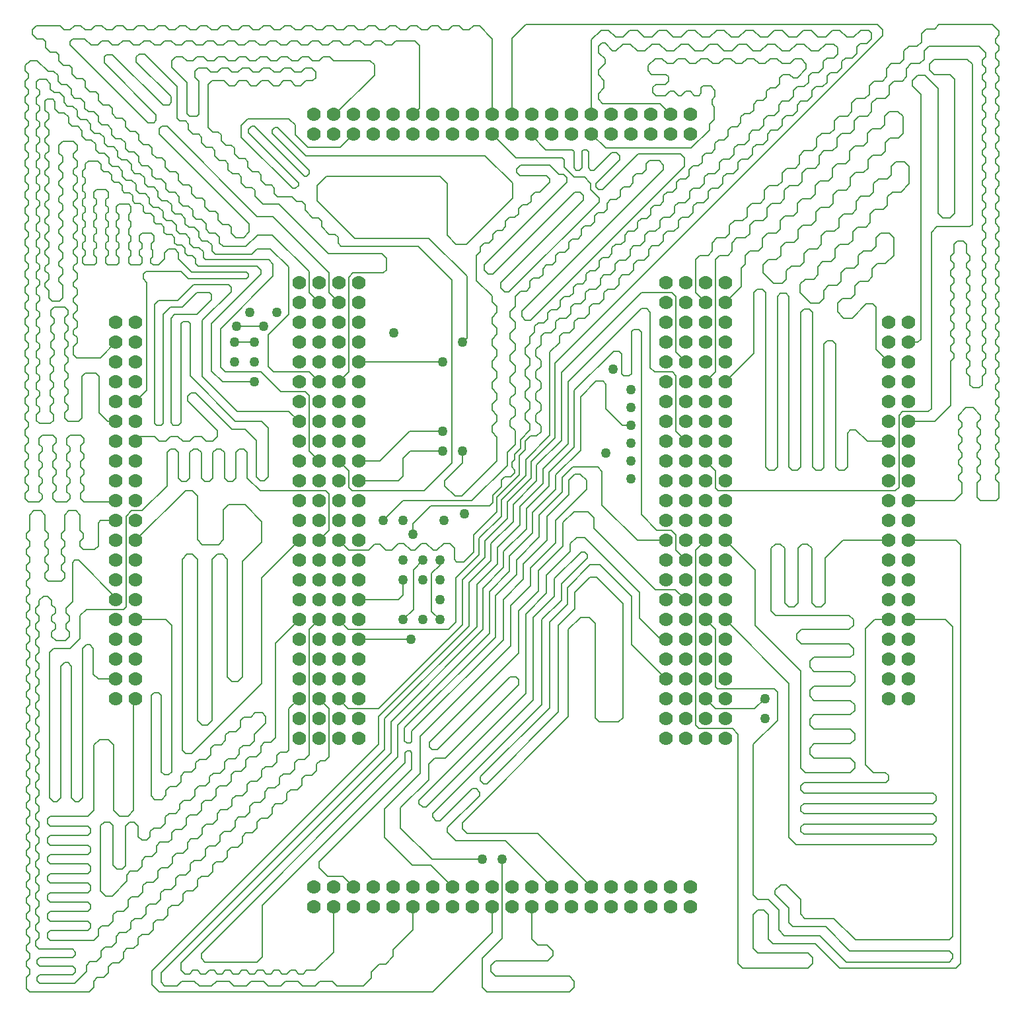
<source format=gtl>
%FSLAX25Y25*%
%MOIN*%
G70*
G01*
G75*
G04 Layer_Physical_Order=1*
G04 Layer_Color=255*
%ADD10C,0.00800*%
%ADD11C,0.07000*%
%ADD12C,0.05000*%
D10*
X59000Y98600D02*
Y155000D01*
X259600Y439600D02*
X267000Y432200D01*
X259100Y440100D02*
X259600Y439600D01*
X172500Y325000D02*
X215000D01*
X375700Y154200D02*
Y155000D01*
X147500Y280000D02*
Y308100D01*
X145700Y309900D02*
X147500Y308100D01*
X133100Y309900D02*
X145700D01*
X147600Y319900D02*
X152500Y315000D01*
X137400Y300100D02*
X142500Y295000D01*
X147600Y359900D02*
X152500Y355000D01*
X137400Y149900D02*
X142500Y155000D01*
X147500Y190000D02*
X152500Y195000D01*
X147500Y280000D02*
X152500Y275000D01*
X130600Y183100D02*
X142500Y195000D01*
X123700Y216200D02*
X142500Y235000D01*
X445100Y261800D02*
Y298100D01*
X443400Y260100D02*
X445100Y261800D01*
X353900Y260100D02*
X443400D01*
X446900Y299900D02*
X460000D01*
X445100Y298100D02*
X446900Y299900D01*
X383900Y144200D02*
Y158300D01*
X371600Y131900D02*
X383900Y144200D01*
X371600Y56000D02*
Y131900D01*
X388100Y61200D02*
X395500Y53800D01*
Y46300D02*
X397600Y44200D01*
X395500Y46300D02*
Y53800D01*
X397600Y44200D02*
X412300D01*
X382700Y56300D02*
X389500Y49500D01*
Y42000D02*
Y49500D01*
X412300Y44200D02*
X423100Y33400D01*
X389500Y42000D02*
X391600Y39900D01*
X408200D01*
X420300Y27800D01*
X472300Y35100D02*
Y191400D01*
X468700Y195000D02*
X472300Y191400D01*
X450000Y195000D02*
X468700D01*
X470600Y33400D02*
X472300Y35100D01*
X423100Y33400D02*
X470600D01*
X420300Y27800D02*
X470600D01*
X405300Y35500D02*
X418600Y22200D01*
X470600Y27800D02*
X472300Y26100D01*
Y23900D02*
Y26100D01*
X470600Y22200D02*
X472300Y23900D01*
X418600Y22200D02*
X470600D01*
X371600Y56000D02*
X373900Y53700D01*
X379200D02*
X384500Y48400D01*
X373900Y53700D02*
X379200D01*
X387300Y35500D02*
X405300D01*
X384500Y38300D02*
X387300Y35500D01*
X384500Y38300D02*
Y48400D01*
X379300Y33600D02*
Y46100D01*
X371500D02*
X373800Y48400D01*
X377000D01*
X379300Y46100D01*
X371500Y29000D02*
Y46100D01*
Y29000D02*
X373800Y26700D01*
X415100Y19100D02*
X473900D01*
X402900Y31300D02*
X415100Y19100D01*
X381600Y31300D02*
X402900D01*
X379300Y33600D02*
X381600Y31300D01*
X373800Y26700D02*
X399200D01*
X401500Y24400D01*
Y21400D02*
Y24400D01*
X399200Y19100D02*
X401500Y21400D01*
X366300Y19100D02*
X399200D01*
X476200Y21400D02*
Y232600D01*
X473800Y235000D02*
X476200Y232600D01*
X450000Y235000D02*
X473800D01*
X364000Y21400D02*
X366300Y19100D01*
X473900D02*
X476200Y21400D01*
X364000D02*
Y137200D01*
X361100Y140100D02*
X364000Y137200D01*
X344100Y140100D02*
X361100D01*
X325000Y185000D02*
X327500D01*
X314300Y195700D02*
X325000Y185000D01*
X314300Y195700D02*
Y208700D01*
X365500Y363000D02*
Y372300D01*
X357500Y355000D02*
X365500Y363000D01*
X322400Y210100D02*
X332400D01*
X291300Y241200D02*
X322400Y210100D01*
X291300Y241200D02*
Y246300D01*
X342500Y360000D02*
X347500Y355000D01*
X342500Y376800D02*
X344500Y378800D01*
X342500Y360000D02*
Y376800D01*
X357500Y315000D02*
X372000Y329500D01*
X347500Y315000D02*
X352500Y320000D01*
Y376700D02*
X354600Y378800D01*
X352500Y320000D02*
Y376700D01*
X347500Y275000D02*
X352500Y270000D01*
Y261500D02*
Y270000D01*
Y261500D02*
X353900Y260100D01*
X313100Y235000D02*
X327500D01*
X332500Y230000D02*
X337500Y225000D01*
X332500Y230000D02*
Y237700D01*
X330100Y240100D02*
X332500Y237700D01*
X322900Y240100D02*
X330100D01*
X310200Y182300D02*
X327500Y165000D01*
X332400Y210100D02*
X337500Y205000D01*
X332500Y290000D02*
X337500Y285000D01*
X332500Y290000D02*
Y318200D01*
X330800Y319900D02*
X332500Y318200D01*
X321800Y319900D02*
X330800D01*
X332500Y330000D02*
X337500Y325000D01*
X332500Y330000D02*
Y357900D01*
X330500Y359900D02*
X332500Y357900D01*
X315200Y359900D02*
X330500D01*
X169100Y260100D02*
X205700D01*
X167500Y261700D02*
X169100Y260100D01*
X167500Y261700D02*
Y270000D01*
X157500Y360000D02*
X162500Y355000D01*
Y235000D02*
X167600Y229900D01*
X152500Y155000D02*
X157500Y150000D01*
X162500Y195000D02*
X167400Y190100D01*
X152500Y235000D02*
X157500Y240000D01*
X162500Y275000D02*
X167500Y270000D01*
X162500Y315000D02*
X167500Y320000D01*
X162500Y155000D02*
X167400Y150100D01*
X182600D01*
X167400Y190100D02*
X218000D01*
X123700Y162800D02*
Y216200D01*
X156000Y259900D02*
X157500Y258400D01*
Y240000D02*
Y258400D01*
X122900Y259900D02*
X156000D01*
X129200Y398300D02*
X157500Y370000D01*
X147500Y126600D02*
Y190000D01*
X130600Y135300D02*
Y183100D01*
X137400Y129100D02*
Y149900D01*
X136400Y128100D02*
X137400Y129100D01*
X145400Y124500D02*
X147500Y126600D01*
X157500Y125600D02*
Y150000D01*
X155700Y123800D02*
X157500Y125600D01*
X153100Y123800D02*
X155700D01*
X147600Y359900D02*
Y370600D01*
X129000Y389200D02*
X147600Y370600D01*
X162800Y355000D02*
X165000D01*
X157500Y360000D02*
Y370000D01*
X167500Y320000D02*
Y367800D01*
X169600Y369900D02*
X185000D01*
X167500Y367800D02*
X169600Y369900D01*
X239100Y20400D02*
X241500Y22800D01*
X239100Y17300D02*
Y20400D01*
Y17300D02*
X241500Y14900D01*
X279000D01*
X281400Y12500D01*
Y9400D02*
Y12500D01*
X279000Y7000D02*
X281400Y9400D01*
X237300Y7000D02*
X279000D01*
X234900Y9400D02*
X237300Y7000D01*
X234900Y9400D02*
Y24200D01*
X252000Y165900D02*
X253300Y164600D01*
Y162200D02*
Y164600D01*
X216100Y125000D02*
X253300Y162200D01*
X249000Y165900D02*
X252000D01*
X212400Y129300D02*
X249000Y165900D01*
X208200Y133100D02*
X253100Y178000D01*
Y199300D01*
X263200Y209400D01*
X275700Y243900D02*
X281100Y249300D01*
X275700Y232200D02*
Y243900D01*
X263200Y219700D02*
X275700Y232200D01*
X263200Y209400D02*
Y219700D01*
X281100Y249300D02*
X288300D01*
X291300Y246300D01*
X287500Y260600D02*
Y265400D01*
X284400Y268500D02*
X287500Y265400D01*
X281700Y268500D02*
X284400D01*
X278600Y265400D02*
X281700Y268500D01*
X278600Y257900D02*
Y265400D01*
X185600Y99400D02*
X203600Y117400D01*
X185600Y85000D02*
Y99400D01*
Y85000D02*
X199500Y71100D01*
X208900D01*
X220000Y60000D01*
X203600Y117400D02*
Y136000D01*
X249300Y181700D01*
Y202100D01*
X259300Y212100D01*
Y221100D01*
X271900Y233700D01*
Y245000D01*
X287500Y260600D01*
X267600Y246900D02*
X278600Y257900D01*
X263600Y236700D02*
Y247700D01*
X252100Y225200D02*
X263600Y236700D01*
X252100Y217600D02*
Y225200D01*
X267600Y235100D02*
Y246900D01*
X255700Y223200D02*
X267600Y235100D01*
X255700Y215300D02*
Y223200D01*
X245600Y205200D02*
X255700Y215300D01*
X245600Y184800D02*
Y205200D01*
X199400Y138600D02*
X245600Y184800D01*
X199400Y133500D02*
Y138600D01*
X198500Y132600D02*
X199400Y133500D01*
X196800Y132600D02*
X198500D01*
X195700Y133700D02*
X196800Y132600D01*
X195700Y133700D02*
Y140300D01*
X241600Y186200D01*
Y207100D01*
X252100Y217600D01*
X263600Y247700D02*
X275200Y259300D01*
Y266600D01*
X280500Y271900D01*
X295400Y252700D02*
Y269600D01*
X293100Y271900D02*
X295400Y269600D01*
X280500Y271900D02*
X293100D01*
X295400Y252700D02*
X313100Y235000D01*
X198500Y128600D02*
X199400Y127700D01*
X196900Y128600D02*
X198500D01*
X196000Y127700D02*
X196900Y128600D01*
X199400Y119500D02*
Y127700D01*
X196000Y122700D02*
Y127700D01*
X164600Y65400D02*
X170000Y60000D01*
X156800Y65400D02*
X164600D01*
X152500Y69700D02*
X156800Y65400D01*
X152500Y69700D02*
Y72600D01*
X199400Y119500D01*
X124000Y50700D02*
X196000Y122700D01*
X124000Y24700D02*
Y50700D01*
X121400Y22100D02*
X124000Y24700D01*
X95000Y22100D02*
X121400D01*
X93100Y24000D02*
X95000Y22100D01*
X93100Y24000D02*
Y26400D01*
X192300Y125600D01*
Y141800D01*
X238500Y188000D01*
Y209200D01*
X248700Y219400D01*
Y227100D01*
X260300Y238700D01*
Y249200D01*
X271900Y260800D01*
Y267900D01*
X284500Y280500D01*
Y307400D01*
X292400Y315300D02*
X295800D01*
X284500Y307400D02*
X292400Y315300D01*
X297400Y301300D02*
Y313700D01*
X295800Y315300D02*
X297400Y313700D01*
Y301300D02*
X305700Y293000D01*
X310000D01*
X315100Y247900D02*
X322900Y240100D01*
X305100Y319200D02*
X306400Y317900D01*
X308900D01*
X310100Y319100D01*
X305100Y319200D02*
Y329200D01*
X281400Y310600D02*
X301300Y330500D01*
X303800D01*
X305100Y329200D01*
X310100Y319100D02*
Y340300D01*
X311300Y341500D01*
X146300Y17900D02*
X150700D01*
X160000Y27200D01*
X134000Y16200D02*
X136400D01*
X138100Y17900D01*
X140500D01*
X142200Y16200D01*
X144600D02*
X146300Y17900D01*
X142200Y16200D02*
X144600D01*
X117600D02*
X120000D01*
X121700Y17900D01*
X124100D01*
X125800Y16200D01*
X132300Y17900D02*
X134000Y16200D01*
X129900Y17900D02*
X132300D01*
X128200Y16200D02*
X129900Y17900D01*
X125800Y16200D02*
X128200D01*
X101200D02*
X103600D01*
X105300Y17900D01*
X107700D01*
X109400Y16200D01*
X115900Y17900D02*
X117600Y16200D01*
X113500Y17900D02*
X115900D01*
X111800Y16200D02*
X113500Y17900D01*
X109400Y16200D02*
X111800D01*
X93000D02*
X95400D01*
X97100Y17900D01*
X99500D01*
X101200Y16200D01*
X82800Y21600D02*
X188800Y127600D01*
X91300Y17900D02*
X93000Y16200D01*
X88900Y17900D02*
X91300D01*
X87200Y16200D02*
X88900Y17900D01*
X84800Y16200D02*
X87200D01*
X160000Y27200D02*
Y50000D01*
X311300Y341500D02*
X313800D01*
X315100Y247900D02*
Y340200D01*
X82800Y18200D02*
X84800Y16200D01*
X82800Y18200D02*
Y21600D01*
X188800Y127600D02*
Y143500D01*
X235200Y189900D01*
Y210800D01*
X245700Y221300D01*
Y229300D01*
X257200Y240800D01*
Y250900D01*
X268600Y262300D01*
Y269300D01*
X281400Y282100D01*
Y310600D01*
X313800Y341500D02*
X315100Y340200D01*
X190000Y28300D02*
X200000Y38300D01*
X175000Y10000D02*
X178900Y13900D01*
Y17200D01*
X182800Y21100D01*
X186100D01*
X190000Y25000D02*
Y28300D01*
X186100Y21100D02*
X190000Y25000D01*
X317900Y352000D02*
X319700Y350200D01*
X315100Y352000D02*
X317900D01*
X278100Y315000D02*
X315100Y352000D01*
X319700Y322000D02*
Y350200D01*
X200000Y38300D02*
Y50000D01*
X83400Y12400D02*
X89700D01*
X81000Y10000D02*
X83400Y12400D01*
X89700D02*
X92100Y10000D01*
X161700D02*
X175000D01*
X144300D02*
X150600D01*
X153000Y12400D01*
X159300D01*
X161700Y10000D01*
X126900D02*
X133200D01*
X135600Y12400D01*
X141900D01*
X144300Y10000D01*
X109500D02*
X115800D01*
X118200Y12400D01*
X124500D01*
X126900Y10000D01*
X92100D02*
X98400D01*
X100800Y12400D01*
X107100D01*
X109500Y10000D01*
X72800Y16600D02*
X185600Y129400D01*
X74700Y10000D02*
X81000D01*
X72800Y11900D02*
X74700Y10000D01*
X72800Y11900D02*
Y16600D01*
X185600Y129400D02*
Y144900D01*
X232100Y191400D01*
Y212700D01*
X242600Y223200D01*
Y231400D01*
X253900Y242700D01*
Y252200D01*
X265500Y263800D01*
Y271000D01*
X278100Y283600D01*
Y315000D01*
X319700Y322000D02*
X321800Y319900D01*
X240000Y37000D02*
Y50000D01*
X210000Y7000D02*
X240000Y37000D01*
X72000Y7000D02*
X210000D01*
X68200Y10800D02*
X72000Y7000D01*
X68200Y10800D02*
Y17600D01*
X182500Y131900D01*
Y146000D01*
X228300Y191800D01*
Y213600D01*
X239300Y224600D01*
Y233300D01*
X250500Y244500D01*
Y253200D01*
X262400Y265100D01*
Y273000D01*
X274900Y285500D01*
Y319600D01*
X315200Y359900D01*
X407300Y271800D02*
Y334200D01*
X405800Y270300D02*
X407300Y271800D01*
X403100Y270300D02*
X405800D01*
X416500Y357000D02*
X420800D01*
X414100Y350300D02*
Y354600D01*
X425300Y365800D02*
X429600D01*
X435900Y390000D02*
X440200D01*
X424700Y378800D02*
X427100Y381200D01*
X424700Y374500D02*
Y378800D01*
X415900Y370000D02*
X418300Y372400D01*
X415900Y365700D02*
Y370000D01*
X397800Y366800D02*
X402100D01*
X395400Y364400D02*
X397800Y366800D01*
X402100D02*
X404200Y368900D01*
Y373200D02*
X406600Y375600D01*
X410900D02*
X413000Y377700D01*
Y382000D01*
X421800Y386500D02*
Y390800D01*
X424200Y393200D02*
X428500D01*
X430600Y395300D01*
Y399600D01*
X433000Y402000D02*
X437300D01*
X439100Y417400D02*
X441200Y419500D01*
Y423800D02*
X443600Y426200D01*
X447900D01*
X430300Y408600D02*
X432400Y410700D01*
Y415000D02*
X434800Y417400D01*
X439100D01*
X421500Y399800D02*
X423600Y401900D01*
X426000Y408600D02*
X430300D01*
X412700Y391000D02*
X414800Y393100D01*
Y397400D01*
X417200Y399800D01*
X403900Y382200D02*
X406000Y384300D01*
Y388600D01*
X408400Y391000D01*
X412700D01*
X395100Y373400D02*
X397200Y375500D01*
Y379800D01*
X399600Y382200D02*
X403900D01*
X376700Y374200D02*
X379100Y376600D01*
X383400D02*
X385500Y378700D01*
Y383000D01*
X387900Y385400D01*
X392200D01*
X401000Y394200D02*
X403100Y396300D01*
Y400600D02*
X405500Y403000D01*
X409800D02*
X411900Y405100D01*
Y409400D01*
X414300Y411800D01*
X420700Y418200D02*
X423100Y420600D01*
X429200Y440300D02*
X431600Y442700D01*
X435900D01*
X438000Y444800D01*
X422800Y433900D02*
X427100D01*
X420400Y427200D02*
Y431500D01*
X396400Y407500D02*
X400700D01*
X387600Y398700D02*
X391900D01*
X394000Y400800D02*
Y405100D01*
X385200Y392000D02*
Y396300D01*
X361000Y385200D02*
X363400Y387600D01*
X367700D01*
X419100Y289100D02*
X420700Y290700D01*
X423400D01*
X429100Y285000D01*
X419100Y272000D02*
Y289100D01*
X417500Y270400D02*
X419100Y272000D01*
X429100Y285000D02*
X440000D01*
X414800Y270400D02*
X417500D01*
X413200Y272000D02*
X414800Y270400D01*
X413200Y272000D02*
Y334200D01*
X407300D02*
X408900Y335800D01*
X411600D01*
X413200Y334200D01*
X401500Y271900D02*
X403100Y270300D01*
X401500Y271900D02*
Y350000D01*
X399900Y351600D02*
X401500Y350000D01*
X397200Y351600D02*
X399900D01*
X395600Y350000D02*
X397200Y351600D01*
X395600Y271900D02*
Y350000D01*
X394000Y270300D02*
X395600Y271900D01*
X391300Y270300D02*
X394000D01*
X389700Y271900D02*
X391300Y270300D01*
X389700Y271900D02*
Y358000D01*
X383800D02*
X385400Y359600D01*
X388100D01*
X389700Y358000D01*
X383800Y271900D02*
Y358000D01*
X377900Y271900D02*
X379500Y270300D01*
X382200D01*
X383800Y271900D01*
X377900D02*
Y360100D01*
X376300Y361700D02*
X377900Y360100D01*
X373600Y361700D02*
X376300D01*
X372000Y360100D02*
X373600Y361700D01*
X372000Y329500D02*
Y360100D01*
X431900Y354400D02*
X433500Y352800D01*
X428700Y354400D02*
X431900D01*
X421500Y347200D02*
X428700Y354400D01*
X433500Y331500D02*
Y352800D01*
Y331500D02*
X440000Y325000D01*
X414100Y350300D02*
X417200Y347200D01*
X421500D01*
X414100Y354600D02*
X416500Y357000D01*
X420800D02*
X422900Y359100D01*
Y363400D01*
X425300Y365800D01*
X429600D02*
X431700Y367900D01*
Y372200D01*
X434100Y374600D02*
X438400D01*
X431700Y372200D02*
X434100Y374600D01*
X438400D02*
X442600Y378800D01*
Y387600D01*
X440200Y390000D02*
X442600Y387600D01*
X431400Y381200D02*
X433500Y383300D01*
Y387600D01*
X435900Y390000D01*
X418300Y372400D02*
X422600D01*
X424700Y374500D01*
X427100Y381200D02*
X431400D01*
X409500Y363600D02*
X413800D01*
X415900Y365700D01*
X395400Y360100D02*
Y364400D01*
Y360100D02*
X400700Y354800D01*
X405000D01*
X407100Y356900D01*
Y361200D01*
X409500Y363600D01*
X404200Y368900D02*
Y373200D01*
X406600Y375600D02*
X410900D01*
X415400Y384400D02*
X419700D01*
X413000Y382000D02*
X415400Y384400D01*
X419700D02*
X421800Y386500D01*
Y390800D02*
X424200Y393200D01*
X430600Y399600D02*
X433000Y402000D01*
X439400Y408400D02*
X441800Y410800D01*
X446100D01*
X439400Y404100D02*
Y408400D01*
X437300Y402000D02*
X439400Y404100D01*
X447900Y426200D02*
X450300Y423800D01*
Y415000D02*
Y423800D01*
X446100Y410800D02*
X450300Y415000D01*
X441200Y419500D02*
Y423800D01*
X432400Y410700D02*
Y415000D01*
X423600Y401900D02*
Y406200D01*
X426000Y408600D01*
X417200Y399800D02*
X421500D01*
X397200Y379800D02*
X399600Y382200D01*
X390800Y373400D02*
X395100D01*
X388400Y371000D02*
X390800Y373400D01*
X388400Y366700D02*
Y371000D01*
X386300Y364600D02*
X388400Y366700D01*
X382000Y364600D02*
X386300D01*
X376700Y369900D02*
X382000Y364600D01*
X376700Y369900D02*
Y374200D01*
X379100Y376600D02*
X383400D01*
X392200Y385400D02*
X394300Y387500D01*
Y391800D01*
X396700Y394200D01*
X401000D01*
X403100Y396300D02*
Y400600D01*
X405500Y403000D02*
X409800D01*
X414300Y411800D02*
X418600D01*
X420700Y413900D01*
Y418200D01*
X423100Y420600D02*
X427400D01*
X429500Y422700D01*
Y427000D01*
X431900Y429400D01*
X445000Y438200D02*
X447100Y440300D01*
X440700Y438200D02*
X445000D01*
X438300Y435800D02*
X440700Y438200D01*
X438300Y431500D02*
Y435800D01*
X436200Y429400D02*
X438300Y431500D01*
X431900Y429400D02*
X436200D01*
X447100Y440300D02*
Y449100D01*
X444700Y451500D02*
X447100Y449100D01*
X440400Y451500D02*
X444700D01*
X438000Y449100D02*
X440400Y451500D01*
X438000Y444800D02*
Y449100D01*
X429200Y436000D02*
Y440300D01*
X427100Y433900D02*
X429200Y436000D01*
X420400Y431500D02*
X422800Y433900D01*
X418300Y425100D02*
X420400Y427200D01*
X414000Y425100D02*
X418300D01*
X411600Y422700D02*
X414000Y425100D01*
X411600Y418400D02*
Y422700D01*
X409500Y416300D02*
X411600Y418400D01*
X405200Y416300D02*
X409500D01*
X402800Y413900D02*
X405200Y416300D01*
X402800Y409600D02*
Y413900D01*
X400700Y407500D02*
X402800Y409600D01*
X394000Y405100D02*
X396400Y407500D01*
X391900Y398700D02*
X394000Y400800D01*
X385200Y396300D02*
X387600Y398700D01*
X383100Y389900D02*
X385200Y392000D01*
X378800Y389900D02*
X383100D01*
X376400Y387500D02*
X378800Y389900D01*
X376400Y383200D02*
Y387500D01*
X374300Y381100D02*
X376400Y383200D01*
X370000Y381100D02*
X374300D01*
X367600Y378700D02*
X370000Y381100D01*
X367600Y374400D02*
Y378700D01*
X365500Y372300D02*
X367600Y374400D01*
X387400Y407300D02*
Y411600D01*
X464300Y393300D02*
X480900D01*
X461500Y390500D02*
X464300Y393300D01*
X461500Y301400D02*
Y390500D01*
X454700Y335000D02*
X456100Y336400D01*
X451900Y464300D02*
X456100Y460100D01*
Y336400D02*
Y460100D01*
X451900Y464300D02*
Y467000D01*
X454600Y469700D01*
X458100D01*
X464800Y463000D01*
Y400100D02*
Y463000D01*
Y400100D02*
X467200Y397700D01*
X470900D02*
X473300Y400100D01*
X470900Y470000D02*
X473300Y467600D01*
Y400100D02*
Y467600D01*
X467200Y397700D02*
X470900D01*
X460000Y299900D02*
X461500Y301400D01*
X450000Y335000D02*
X454700D01*
X460600Y475400D02*
X463000Y477800D01*
X460600Y472500D02*
Y475400D01*
Y472400D02*
X463000Y470000D01*
X463200D02*
X470900D01*
X463000Y477800D02*
X479700D01*
X482100Y394500D02*
Y475400D01*
X479700Y477800D02*
X482100Y475400D01*
X480900Y393300D02*
X482100Y394500D01*
X473000Y349800D02*
Y351900D01*
X471300Y332900D02*
X473000Y334600D01*
Y336700D01*
X471300Y330800D02*
Y332900D01*
Y302900D02*
Y325300D01*
Y346000D02*
X473000Y344300D01*
X471300Y338400D02*
Y340500D01*
X473000Y342200D02*
Y344300D01*
X471300Y340500D02*
X473000Y342200D01*
X471300Y325300D02*
X473000Y327000D01*
X471300Y338400D02*
X473000Y336700D01*
Y327000D02*
Y329100D01*
X471300Y330800D02*
X473000Y329100D01*
X471300Y348100D02*
X473000Y349800D01*
X471300Y346000D02*
Y348100D01*
Y353600D02*
X473000Y351900D01*
X471300Y363300D02*
X473000Y365000D01*
Y367100D01*
X471300Y361200D02*
Y363300D01*
Y353600D02*
Y355700D01*
Y376400D02*
X473000Y374700D01*
X471300Y368800D02*
Y370900D01*
X473000Y372600D02*
Y374700D01*
X471300Y370900D02*
X473000Y372600D01*
X471300Y355700D02*
X473000Y357400D01*
X471300Y368800D02*
X473000Y367100D01*
Y357400D02*
Y359500D01*
X471300Y361200D02*
X473000Y359500D01*
X471300Y378500D02*
X473000Y380200D01*
X471300Y376400D02*
Y378500D01*
X463400Y295000D02*
X471300Y302900D01*
X450000Y295000D02*
X463400D01*
X473000Y380200D02*
Y384400D01*
X479300Y380200D02*
Y384400D01*
X473000D02*
X474600Y386000D01*
X477700D01*
X479300Y384400D01*
Y380200D02*
X481000Y378500D01*
X479300Y372600D02*
Y374700D01*
X481000Y376400D01*
X479300Y357400D02*
X481000Y355700D01*
Y353600D02*
Y355700D01*
X479300Y365000D02*
X481000Y363300D01*
X479300Y351900D02*
X481000Y353600D01*
X479300Y367100D02*
X481000Y368800D01*
Y370900D01*
X479300Y365000D02*
Y367100D01*
Y372600D02*
X481000Y370900D01*
X479300Y349800D02*
Y351900D01*
Y357400D02*
Y359500D01*
X481000Y361200D02*
Y363300D01*
X479300Y359500D02*
X481000Y361200D01*
Y376400D02*
Y378500D01*
X479300Y349800D02*
X481000Y348100D01*
X479300Y342200D02*
Y344300D01*
X481000Y346000D01*
X479300Y327000D02*
X481000Y325300D01*
Y323200D02*
Y325300D01*
X479300Y334600D02*
X481000Y332900D01*
X479300Y321500D02*
X481000Y323200D01*
X479300Y336700D02*
X481000Y338400D01*
Y340500D01*
X479300Y334600D02*
Y336700D01*
Y342200D02*
X481000Y340500D01*
X479300Y319400D02*
Y321500D01*
Y327000D02*
Y329100D01*
X481000Y330800D02*
Y332900D01*
X479300Y329100D02*
X481000Y330800D01*
Y346000D02*
Y348100D01*
X479300Y319400D02*
X481000Y317700D01*
X487300Y323200D02*
X489000Y321500D01*
X487300Y313500D02*
Y317700D01*
X489000Y349800D02*
Y351900D01*
X487300Y353600D02*
X489000Y351900D01*
X487300Y332900D02*
X489000Y334600D01*
Y336700D01*
X487300Y330800D02*
Y332900D01*
Y323200D02*
Y325300D01*
Y346000D02*
X489000Y344300D01*
X487300Y338400D02*
Y340500D01*
X489000Y342200D02*
Y344300D01*
X487300Y340500D02*
X489000Y342200D01*
X487300Y325300D02*
X489000Y327000D01*
X487300Y338400D02*
X489000Y336700D01*
X487300Y376400D02*
Y378500D01*
Y384000D02*
X489000Y382300D01*
Y365000D02*
Y367100D01*
X487300Y353600D02*
Y355700D01*
Y376400D02*
X489000Y374700D01*
X487300Y368800D02*
Y370900D01*
Y355700D02*
X489000Y357400D01*
X487300Y408900D02*
X489000Y410600D01*
Y412700D01*
X487300Y406800D02*
Y408900D01*
Y414400D02*
X489000Y412700D01*
Y395400D02*
Y397500D01*
X487300Y391600D02*
X489000Y389900D01*
Y387800D02*
Y389900D01*
X487300Y401300D02*
X489000Y403000D01*
X487300Y399200D02*
X489000Y397500D01*
X487300Y439300D02*
X489000Y441000D01*
Y425800D02*
Y427900D01*
X487300Y422000D02*
Y424100D01*
Y414400D02*
Y416500D01*
X489000Y418200D02*
Y420300D01*
X487300Y437200D02*
X489000Y435500D01*
Y433400D02*
Y435500D01*
X487300Y431700D02*
X489000Y433400D01*
X487300Y416500D02*
X489000Y418200D01*
X487300Y460000D02*
X489000Y458300D01*
X487300Y446900D02*
X489000Y448600D01*
X487300Y462100D02*
X489000Y463800D01*
Y465900D01*
X487300Y460000D02*
Y462100D01*
Y467600D02*
X489000Y465900D01*
X460200Y484400D02*
X485700D01*
X457800Y477700D02*
Y482000D01*
X451400Y475600D02*
X455700D01*
X457800Y477700D01*
X442600Y466800D02*
X446900D01*
X440200Y460100D02*
Y464400D01*
X446900Y466800D02*
X449000Y468900D01*
X431400Y451300D02*
Y455600D01*
X438100Y458000D02*
X440200Y460100D01*
X425000Y449200D02*
X429300D01*
X420500Y440400D02*
X422600Y442500D01*
X407400Y431600D02*
X411700D01*
X405000Y424900D02*
Y429200D01*
X411700Y431600D02*
X413800Y433700D01*
X396200Y420400D02*
X398600Y422800D01*
X402900D02*
X405000Y424900D01*
X394100Y414000D02*
X396200Y416100D01*
X389800Y414000D02*
X394100D01*
X387400Y411600D02*
X389800Y414000D01*
X381000Y405200D02*
X385300D01*
X378600Y402800D02*
X381000Y405200D01*
X385300D02*
X387400Y407300D01*
X369800Y389700D02*
Y394000D01*
X376500Y396400D02*
X378600Y398500D01*
X367700Y387600D02*
X369800Y389700D01*
X481000Y313500D02*
Y317700D01*
Y313500D02*
X482600Y311900D01*
X485700D01*
X487300Y313500D01*
X489000Y327000D02*
Y329100D01*
X487300Y330800D02*
X489000Y329100D01*
X487300Y317700D02*
X489000Y319400D01*
Y321500D01*
Y357400D02*
Y359500D01*
X487300Y361200D02*
X489000Y359500D01*
X487300Y348100D02*
X489000Y349800D01*
X487300Y346000D02*
Y348100D01*
Y378500D02*
X489000Y380200D01*
Y382300D01*
X487300Y370900D02*
X489000Y372600D01*
Y374700D01*
X487300Y363300D02*
X489000Y365000D01*
X487300Y361200D02*
Y363300D01*
Y368800D02*
X489000Y367100D01*
Y403000D02*
Y405100D01*
X487300Y399200D02*
Y401300D01*
Y406800D02*
X489000Y405100D01*
X487300Y393700D02*
X489000Y395400D01*
X487300Y391600D02*
Y393700D01*
Y386100D02*
X489000Y387800D01*
X487300Y384000D02*
Y386100D01*
Y424100D02*
X489000Y425800D01*
X487300Y429600D02*
X489000Y427900D01*
X487300Y422000D02*
X489000Y420300D01*
Y448600D02*
Y450700D01*
X487300Y444800D02*
Y446900D01*
Y452400D02*
X489000Y450700D01*
Y441000D02*
Y443100D01*
X487300Y437200D02*
Y439300D01*
Y444800D02*
X489000Y443100D01*
X487300Y429600D02*
Y431700D01*
Y452400D02*
Y454500D01*
X489000Y456200D02*
Y458300D01*
X487300Y454500D02*
X489000Y456200D01*
X487300Y475200D02*
X489000Y473500D01*
X487300Y467600D02*
Y469700D01*
X489000Y471400D02*
Y473500D01*
X487300Y469700D02*
X489000Y471400D01*
X485700Y484400D02*
X489000Y481100D01*
Y479000D02*
Y481100D01*
X487300Y477300D02*
X489000Y479000D01*
X487300Y475200D02*
Y477300D01*
X457800Y482000D02*
X460200Y484400D01*
X440200Y464400D02*
X442600Y466800D01*
X449000Y473200D02*
X451400Y475600D01*
X449000Y468900D02*
Y473200D01*
X422600Y446800D02*
X425000Y449200D01*
X422600Y442500D02*
Y446800D01*
X433800Y458000D02*
X438100D01*
X431400Y455600D02*
X433800Y458000D01*
X429300Y449200D02*
X431400Y451300D01*
X405000Y429200D02*
X407400Y431600D01*
X416200Y440400D02*
X420500D01*
X413800Y438000D02*
X416200Y440400D01*
X413800Y433700D02*
Y438000D01*
X398600Y422800D02*
X402900D01*
X396200Y416100D02*
Y420400D01*
X372200Y396400D02*
X376500D01*
X369800Y394000D02*
X372200Y396400D01*
X378600Y398500D02*
Y402800D01*
X358900Y378800D02*
X361000Y380900D01*
Y385200D01*
X354600Y378800D02*
X358900D01*
X476900Y258700D02*
Y264000D01*
X475200Y265700D02*
Y267800D01*
Y290600D02*
X476900Y292300D01*
X475200Y288500D02*
Y290600D01*
X476900Y292300D02*
Y294400D01*
X475200Y280900D02*
Y283000D01*
X476900Y269500D02*
Y271600D01*
X475200Y275400D02*
X476900Y277100D01*
X475200Y273300D02*
Y275400D01*
X476900Y277100D02*
Y279200D01*
Y284700D02*
Y286800D01*
X482600Y301900D02*
X486300Y298200D01*
Y296100D02*
Y298200D01*
X484600Y292300D02*
Y294400D01*
X486300Y280900D02*
Y283000D01*
X484600Y284700D02*
X486300Y283000D01*
Y273300D02*
Y275400D01*
X484600Y269500D02*
X486300Y267800D01*
X484600Y269500D02*
Y271600D01*
X486300Y273300D01*
X484600Y264000D02*
X486300Y265700D01*
X494000Y267800D02*
X495700Y269500D01*
X494000Y265700D02*
Y267800D01*
Y275400D02*
X495700Y277100D01*
X494000Y273300D02*
Y275400D01*
Y273300D02*
X495700Y271600D01*
X494000Y283000D02*
X495700Y284700D01*
X494000Y280900D02*
Y283000D01*
Y280900D02*
X495700Y279200D01*
Y277100D02*
Y279200D01*
X494000Y290600D02*
X495700Y292300D01*
X494000Y288500D02*
Y290600D01*
Y288500D02*
X495700Y286800D01*
Y284700D02*
Y286800D01*
X494000Y296100D02*
Y298200D01*
Y296100D02*
X495700Y294400D01*
Y292300D02*
Y294400D01*
X494000Y303700D02*
Y305800D01*
Y313400D02*
X495700Y315100D01*
X494000Y311300D02*
X495700Y309600D01*
Y307500D02*
Y309600D01*
X494000Y321000D02*
X495700Y322700D01*
X494000Y318900D02*
X495700Y317200D01*
Y315100D02*
Y317200D01*
X494000Y326500D02*
Y328600D01*
X495700Y322700D02*
Y324800D01*
Y330300D02*
Y332400D01*
X494000Y343800D02*
X495700Y345500D01*
X494000Y341700D02*
Y343800D01*
Y341700D02*
X495700Y340000D01*
Y337900D02*
Y340000D01*
X494000Y349300D02*
Y351400D01*
Y349300D02*
X495700Y347600D01*
X494000Y359000D02*
X495700Y360700D01*
X494000Y356900D02*
Y359000D01*
X495700Y353100D02*
Y355200D01*
X494000Y366600D02*
X495700Y368300D01*
X494000Y364500D02*
Y366600D01*
Y364500D02*
X495700Y362800D01*
X494000Y372100D02*
Y374200D01*
Y372100D02*
X495700Y370400D01*
Y368300D02*
Y370400D01*
X494000Y381800D02*
X495700Y383500D01*
X494000Y379700D02*
Y381800D01*
Y389400D02*
X495700Y391100D01*
X494000Y387300D02*
Y389400D01*
Y397000D02*
X495700Y398700D01*
Y391100D02*
Y393200D01*
X494000Y402500D02*
Y404600D01*
Y402500D02*
X495700Y400800D01*
X494000Y410100D02*
X495700Y408400D01*
Y406300D02*
Y408400D01*
X494000Y419800D02*
X495700Y421500D01*
X494000Y417700D02*
Y419800D01*
Y417700D02*
X495700Y416000D01*
Y413900D02*
Y416000D01*
X494000Y427400D02*
X495700Y429100D01*
X494000Y425300D02*
Y427400D01*
Y425300D02*
X495700Y423600D01*
X494000Y435000D02*
X495700Y436700D01*
X494000Y432900D02*
Y435000D01*
Y448100D02*
Y450200D01*
Y448100D02*
X495700Y446400D01*
X494000Y450200D02*
X495700Y451900D01*
X494000Y455700D02*
X495700Y454000D01*
X494000Y463300D02*
Y465400D01*
Y463300D02*
X495700Y461600D01*
X494000Y470900D02*
X495700Y469200D01*
Y467100D02*
Y469200D01*
X494000Y480600D02*
X495700Y482300D01*
Y474700D02*
Y476800D01*
X458900Y493200D02*
X463200D01*
X456500Y486500D02*
Y490800D01*
X463200Y493200D02*
X465300Y495300D01*
X456500Y490800D02*
X458900Y493200D01*
X441300Y475600D02*
X445600D01*
X438900Y468900D02*
Y473200D01*
X430100Y464400D02*
X432500Y466800D01*
X436800D01*
X447700Y477700D02*
Y482000D01*
X445600Y475600D02*
X447700Y477700D01*
X423700Y458000D02*
X428000D01*
X421300Y451300D02*
Y455600D01*
X430100Y460100D02*
Y464400D01*
X428000Y458000D02*
X430100Y460100D01*
X421300Y455600D02*
X423700Y458000D01*
X406100Y440400D02*
X410400D01*
X403700Y433700D02*
Y438000D01*
X401600Y431600D02*
X403700Y433700D01*
X412500Y442500D02*
Y446800D01*
X410400Y440400D02*
X412500Y442500D01*
X403700Y438000D02*
X406100Y440400D01*
X388500Y422800D02*
X392800D01*
X386100Y416100D02*
Y420400D01*
X377300Y411600D02*
X379700Y414000D01*
X394900Y424900D02*
Y429200D01*
X392800Y422800D02*
X394900Y424900D01*
X386100Y420400D02*
X388500Y422800D01*
X362100Y396400D02*
X366400D01*
X368500Y398500D01*
X377300Y407300D02*
Y411600D01*
X375200Y405200D02*
X377300Y407300D01*
X350900Y385200D02*
X353300Y387600D01*
X357600D02*
X359700Y389700D01*
X454400Y484400D02*
X456500Y486500D01*
X450100Y484400D02*
X454400D01*
X447700Y482000D02*
X450100Y484400D01*
X438900Y473200D02*
X441300Y475600D01*
X436800Y466800D02*
X438900Y468900D01*
X419200Y449200D02*
X421300Y451300D01*
X414900Y449200D02*
X419200D01*
X412500Y446800D02*
X414900Y449200D01*
X397300Y431600D02*
X401600D01*
X394900Y429200D02*
X397300Y431600D01*
X384000Y414000D02*
X386100Y416100D01*
X379700Y414000D02*
X384000D01*
X368500Y398500D02*
Y402800D01*
X370900Y405200D01*
X375200D01*
X359700Y389700D02*
Y394000D01*
X362100Y396400D01*
X348800Y378800D02*
X350900Y380900D01*
X344500Y378800D02*
X348800D01*
X475200Y298200D02*
X478900Y301900D01*
X475200Y296100D02*
Y298200D01*
Y296100D02*
X476900Y294400D01*
X475200Y283000D02*
X476900Y284700D01*
X475200Y288500D02*
X476900Y286800D01*
X475200Y280900D02*
X476900Y279200D01*
X473200Y255000D02*
X476900Y258700D01*
X475200Y267800D02*
X476900Y269500D01*
X475200Y265700D02*
X476900Y264000D01*
X475200Y273300D02*
X476900Y271600D01*
X478900Y301900D02*
X482600D01*
X486300Y265700D02*
Y267800D01*
X484600Y279200D02*
X486300Y280900D01*
X484600Y277100D02*
Y279200D01*
Y277100D02*
X486300Y275400D01*
Y288500D02*
Y290600D01*
X484600Y284700D02*
Y286800D01*
X486300Y288500D01*
X484600Y292300D02*
X486300Y290600D01*
X484600Y294400D02*
X486300Y296100D01*
X450000Y255000D02*
X473200D01*
X494000Y265700D02*
X495700Y264000D01*
Y269500D02*
Y271600D01*
X494000Y305800D02*
X495700Y307500D01*
X494000Y303700D02*
X495700Y302000D01*
X494000Y298200D02*
X495700Y299900D01*
Y302000D01*
X494000Y336200D02*
X495700Y337900D01*
X494000Y334100D02*
Y336200D01*
Y334100D02*
X495700Y332400D01*
X494000Y326500D02*
X495700Y324800D01*
X494000Y328600D02*
X495700Y330300D01*
X494000Y311300D02*
Y313400D01*
Y318900D02*
Y321000D01*
Y356900D02*
X495700Y355200D01*
Y360700D02*
Y362800D01*
Y345500D02*
Y347600D01*
X494000Y351400D02*
X495700Y353100D01*
Y398700D02*
Y400800D01*
X494000Y394900D02*
Y397000D01*
Y394900D02*
X495700Y393200D01*
X494000Y387300D02*
X495700Y385600D01*
Y375900D02*
Y378000D01*
X494000Y374200D02*
X495700Y375900D01*
X494000Y379700D02*
X495700Y378000D01*
Y383500D02*
Y385600D01*
Y429100D02*
Y431200D01*
Y421500D02*
Y423600D01*
X494000Y404600D02*
X495700Y406300D01*
X494000Y410100D02*
Y412200D01*
X495700Y413900D01*
Y459500D02*
Y461600D01*
X494000Y457800D02*
X495700Y459500D01*
X494000Y455700D02*
Y457800D01*
X495700Y451900D02*
Y454000D01*
Y436700D02*
Y438800D01*
X494000Y432900D02*
X495700Y431200D01*
X494000Y440500D02*
X495700Y438800D01*
X494000Y440500D02*
Y442600D01*
X495700Y444300D01*
Y446400D01*
X494000Y473000D02*
X495700Y474700D01*
X494000Y470900D02*
Y473000D01*
Y465400D02*
X495700Y467100D01*
Y482300D02*
Y484400D01*
X494000Y478500D02*
Y480600D01*
Y478500D02*
X495700Y476800D01*
X494000Y486100D02*
X495700Y484400D01*
X494000Y486100D02*
Y488200D01*
X495700Y489900D01*
Y492000D01*
X350900Y380900D02*
Y385200D01*
X353300Y387600D02*
X357600D01*
X465300Y495300D02*
X492400D01*
X495700Y492000D01*
X115300Y291000D02*
X120900Y285400D01*
Y267000D02*
Y285400D01*
Y267000D02*
X122800Y265100D01*
X125000D01*
X99000Y285000D02*
X101300Y287300D01*
Y290500D01*
X86300Y305500D02*
X101300Y290500D01*
X86300Y305500D02*
Y307800D01*
X87800Y309300D01*
X90300D01*
X108600Y291000D01*
X115300D01*
X123500Y295100D02*
X126900Y291700D01*
Y267000D02*
Y291700D01*
X125000Y265100D02*
X126900Y267000D01*
X110400Y295100D02*
X123500D01*
X87600Y317900D02*
X110400Y295100D01*
X86500Y345400D02*
X87600Y344300D01*
Y317900D02*
Y344300D01*
X83900Y345400D02*
X86500D01*
X82800Y344300D02*
X83900Y345400D01*
X82800Y294400D02*
Y344300D01*
X81500Y293100D02*
X82800Y294400D01*
X79000Y293100D02*
X81500D01*
X77800Y294300D02*
X79000Y293100D01*
X77800Y294300D02*
Y347100D01*
X79700Y349000D02*
X90900D01*
X77800Y347100D02*
X79700Y349000D01*
X72900Y293100D02*
X73800Y294000D01*
X70600Y293100D02*
X72900D01*
X69700Y294000D02*
X70600Y293100D01*
X73800Y349000D02*
X77500Y352700D01*
X73800Y294000D02*
Y349000D01*
X69700Y294000D02*
Y354200D01*
X90900Y349000D02*
X98200Y356300D01*
Y359200D01*
X97300Y360100D02*
X98200Y359200D01*
X91000Y360100D02*
X97300D01*
X83600Y352700D02*
X91000Y360100D01*
X77500Y352700D02*
X83600D01*
X93700Y345900D02*
X108100Y360300D01*
X93700Y317800D02*
Y345900D01*
Y317800D02*
X111400Y300100D01*
X137400D01*
X69700Y354200D02*
X71500Y356000D01*
X81200D01*
X89100Y363900D01*
X107000D01*
X108100Y362800D01*
Y360300D02*
Y362800D01*
X63900Y366900D02*
X65600Y365200D01*
X60000Y305000D02*
X65600Y310600D01*
Y365200D01*
X63900Y366900D02*
Y369400D01*
X65100Y370600D01*
X83000D01*
X86500Y367100D01*
X115900D01*
X116900Y368100D01*
Y369400D01*
X115900Y370400D02*
X116900Y369400D01*
X88400Y370400D02*
X115900D01*
X81700Y377100D02*
X88400Y370400D01*
X81700Y377100D02*
Y380000D01*
X79800Y381900D02*
X81700Y380000D01*
X76600Y381900D02*
X79800D01*
X74600Y379900D02*
X76600Y381900D01*
X74600Y376900D02*
Y379900D01*
X71600Y373900D02*
X74600Y376900D01*
X68900Y373900D02*
X71600D01*
X67600Y375200D02*
X68900Y373900D01*
X67600Y375200D02*
Y377100D01*
X68700Y378200D01*
Y381400D01*
X67900Y382200D02*
X68700Y381400D01*
X67900Y382200D02*
Y384700D01*
X69200Y386000D01*
Y388700D01*
X68000Y389900D02*
X69200Y388700D01*
X63100Y389900D02*
X68000D01*
X61900Y388700D02*
X63100Y389900D01*
X61900Y386000D02*
Y388700D01*
Y386000D02*
X63100Y384800D01*
Y382500D02*
Y384800D01*
X61900Y381300D02*
X63100Y382500D01*
X61900Y378900D02*
Y381300D01*
Y378900D02*
X63200Y377600D01*
Y374900D02*
Y377600D01*
X62200Y373900D02*
X63200Y374900D01*
X57500Y373900D02*
X62200D01*
X56500Y374900D02*
X57500Y373900D01*
X56500Y374900D02*
Y377600D01*
X57700Y378800D01*
Y381000D01*
X56500Y382200D02*
X57700Y381000D01*
X56500Y382200D02*
Y384900D01*
X57700Y386100D01*
Y388300D01*
X56500Y389500D02*
X57700Y388300D01*
X56500Y389500D02*
Y392200D01*
X57700Y393400D01*
Y395600D01*
X56500Y396800D02*
X57700Y395600D01*
X56500Y396800D02*
Y399500D01*
X57700Y400700D01*
Y403400D01*
X56500Y404600D02*
X57700Y403400D01*
X51600Y404600D02*
X56500D01*
X50400Y403400D02*
X51600Y404600D01*
X50400Y400700D02*
Y403400D01*
Y400700D02*
X51600Y399500D01*
Y397300D02*
Y399500D01*
X50400Y396100D02*
X51600Y397300D01*
X50400Y393400D02*
Y396100D01*
Y393400D02*
X51600Y392200D01*
Y390000D02*
Y392200D01*
X50400Y388800D02*
X51600Y390000D01*
X50400Y386100D02*
Y388800D01*
Y386100D02*
X51600Y384900D01*
Y382700D02*
Y384900D01*
X50400Y381500D02*
X51600Y382700D01*
X50400Y379000D02*
Y381500D01*
Y379000D02*
X51700Y377700D01*
Y375000D02*
Y377700D01*
X50700Y374000D02*
X51700Y375000D01*
X46000Y374000D02*
X50700D01*
X45000Y375000D02*
X46000Y374000D01*
X45000Y375000D02*
Y377700D01*
X46200Y378900D01*
Y381100D01*
X45000Y382300D02*
X46200Y381100D01*
X45000Y382300D02*
Y385000D01*
X46200Y386200D01*
Y388400D01*
X45000Y389600D02*
X46200Y388400D01*
X45000Y389600D02*
Y392300D01*
X46200Y393500D01*
Y395700D01*
X45000Y396900D02*
X46200Y395700D01*
X45000Y396900D02*
Y399600D01*
X46200Y400800D01*
Y403000D01*
X45000Y404200D02*
X46200Y403000D01*
X45000Y404200D02*
Y406900D01*
X46200Y408100D01*
Y410800D01*
X45000Y412000D02*
X46200Y410800D01*
X40100Y412000D02*
X45000D01*
X38900Y410800D02*
X40100Y412000D01*
X38900Y408100D02*
Y410800D01*
Y408100D02*
X40100Y406900D01*
Y404700D02*
Y406900D01*
X38900Y403500D02*
X40100Y404700D01*
X38900Y400800D02*
Y403500D01*
Y400800D02*
X40100Y399600D01*
Y397400D02*
Y399600D01*
X38900Y396200D02*
X40100Y397400D01*
X38900Y393500D02*
Y396200D01*
Y393500D02*
X40100Y392300D01*
Y390100D02*
Y392300D01*
X38900Y388900D02*
X40100Y390100D01*
X38900Y386200D02*
Y388900D01*
Y386200D02*
X40100Y385000D01*
Y382800D02*
Y385000D01*
X38900Y381600D02*
X40100Y382800D01*
X38900Y378900D02*
Y381600D01*
Y378900D02*
X40100Y377700D01*
Y375000D02*
Y377700D01*
X39100Y374000D02*
X40100Y375000D01*
X34400Y374000D02*
X39100D01*
X33400Y375000D02*
X34400Y374000D01*
X33400Y375000D02*
Y377700D01*
X34600Y378900D01*
Y381100D01*
X33400Y382300D02*
X34600Y381100D01*
X33400Y382300D02*
Y385000D01*
X34600Y386200D01*
Y388400D01*
X33400Y389600D02*
X34600Y388400D01*
X33400Y389600D02*
Y392300D01*
X34600Y393500D01*
Y395700D01*
X33400Y396900D02*
X34600Y395700D01*
X33400Y396900D02*
Y399600D01*
X34600Y400800D01*
Y403000D01*
X33400Y404200D02*
X34600Y403000D01*
X33400Y404200D02*
Y406900D01*
X34600Y408100D01*
Y410300D01*
X33400Y411500D02*
X34600Y410300D01*
X33400Y411500D02*
Y414200D01*
X34600Y415400D01*
Y417600D01*
X33400Y418800D02*
X34600Y417600D01*
X33400Y418800D02*
Y421500D01*
X34600Y422700D01*
Y424900D01*
X36100Y426400D01*
X41000D01*
X42600Y424800D01*
Y422300D02*
Y424800D01*
Y422300D02*
X43800Y421100D01*
X46300D01*
X47900Y419500D01*
Y417000D02*
Y419500D01*
Y417000D02*
X49100Y415800D01*
X51600D01*
X53200Y414200D01*
Y411700D02*
Y414200D01*
Y411700D02*
X54400Y410500D01*
X56900D01*
X58500Y408900D01*
Y406400D02*
Y408900D01*
Y406400D02*
X59700Y405200D01*
X62200D01*
X63800Y403600D01*
Y401100D02*
Y403600D01*
Y401100D02*
X65000Y399900D01*
X67500D01*
X69100Y398300D01*
Y395800D02*
Y398300D01*
Y395800D02*
X70300Y394600D01*
X72800D01*
X74400Y393000D01*
Y390500D02*
Y393000D01*
Y390500D02*
X75600Y389300D01*
X78100D01*
X79700Y387700D01*
Y385200D02*
Y387700D01*
Y385200D02*
X80900Y384000D01*
X83400D01*
X85000Y382400D01*
Y379900D02*
Y382400D01*
Y379900D02*
X86200Y378700D01*
X88700D01*
X90300Y377100D01*
Y374600D02*
Y377100D01*
Y374600D02*
X91500Y373400D01*
X121400D01*
X123300Y371500D01*
Y369500D02*
Y371500D01*
X98300Y344500D02*
X123300Y369500D01*
X98300Y320500D02*
Y344500D01*
Y320500D02*
X103800Y315000D01*
X120000D01*
X110800Y343100D02*
X124500D01*
X110000Y335000D02*
X120000D01*
X129300Y368300D02*
Y374500D01*
X102800Y341800D02*
X129300Y368300D01*
X102800Y322400D02*
Y341800D01*
X127200Y376600D02*
X129300Y374500D01*
X21400Y434400D02*
X23400Y436400D01*
X21400Y430500D02*
Y434400D01*
X23300Y426000D02*
Y428600D01*
X21400Y430500D02*
X23300Y428600D01*
X21400Y424100D02*
X23300Y426000D01*
X21400Y391700D02*
X23300Y393600D01*
X21400Y398100D02*
X23300Y396200D01*
Y393600D02*
Y396200D01*
X21400Y398100D02*
Y399800D01*
X23300Y401700D01*
X21400Y406200D02*
X23300Y404300D01*
Y401700D02*
Y404300D01*
X21400Y406200D02*
Y407900D01*
X23300Y409800D01*
X21400Y414300D02*
X23300Y412400D01*
Y409800D02*
Y412400D01*
X21400Y414300D02*
Y416000D01*
X23300Y417900D01*
X21400Y422400D02*
X23300Y420500D01*
Y417900D02*
Y420500D01*
X21400Y422400D02*
Y424100D01*
Y390000D02*
Y391700D01*
X23300Y385500D02*
Y388100D01*
X21400Y390000D02*
X23300Y388100D01*
X21400Y383600D02*
X23300Y385500D01*
X21400Y381900D02*
Y383600D01*
X23300Y377400D02*
Y380000D01*
X21400Y381900D02*
X23300Y380000D01*
X21400Y375500D02*
X23300Y377400D01*
X21400Y373800D02*
Y375500D01*
X23300Y369300D02*
Y371900D01*
X21400Y373800D02*
X23300Y371900D01*
X21400Y367400D02*
X23300Y369300D01*
X21400Y365700D02*
Y367400D01*
X23300Y357400D02*
Y363800D01*
X21400Y365700D02*
X23300Y363800D01*
X42200Y327200D02*
X50000Y335000D01*
X30100Y327200D02*
X42200D01*
X28700Y328600D02*
X30100Y327200D01*
X28700Y328600D02*
Y332800D01*
X30600Y334700D02*
Y337300D01*
X28700Y332800D02*
X30600Y334700D01*
Y350900D02*
Y353500D01*
X28700Y349000D02*
X30600Y350900D01*
X28700Y339200D02*
Y340900D01*
X30600Y342800D01*
X28700Y347300D02*
X30600Y345400D01*
Y342800D02*
Y345400D01*
X28700Y347300D02*
Y349000D01*
Y339200D02*
X30600Y337300D01*
Y367100D02*
Y369700D01*
X28700Y365200D02*
X30600Y367100D01*
X28700Y355400D02*
Y357100D01*
X30600Y359000D01*
X28700Y363500D02*
X30600Y361600D01*
Y359000D02*
Y361600D01*
X28700Y363500D02*
Y365200D01*
Y355400D02*
X30600Y353500D01*
Y383300D02*
Y385900D01*
X28700Y381400D02*
X30600Y383300D01*
X28700Y371600D02*
Y373300D01*
X30600Y375200D01*
X28700Y379700D02*
X30600Y377800D01*
Y375200D02*
Y377800D01*
X28700Y379700D02*
Y381400D01*
Y371600D02*
X30600Y369700D01*
Y399500D02*
Y402100D01*
X28700Y397600D02*
X30600Y399500D01*
X28700Y387800D02*
Y389500D01*
X30600Y391400D01*
X28700Y395900D02*
X30600Y394000D01*
Y391400D02*
Y394000D01*
X28700Y395900D02*
Y397600D01*
Y387800D02*
X30600Y385900D01*
Y415700D02*
Y418300D01*
X28700Y413800D02*
X30600Y415700D01*
X28700Y404000D02*
Y405700D01*
X30600Y407600D01*
X28700Y412100D02*
X30600Y410200D01*
Y407600D02*
Y410200D01*
X28700Y412100D02*
Y413800D01*
Y404000D02*
X30600Y402100D01*
X28700Y420200D02*
X30600Y418300D01*
X28700Y428300D02*
Y430000D01*
X30600Y423800D02*
Y426400D01*
X28700Y428300D02*
X30600Y426400D01*
X28700Y421900D02*
X30600Y423800D01*
X28700Y420200D02*
Y421900D01*
Y430000D02*
X30600Y431900D01*
X28700Y436400D02*
X30600Y434500D01*
Y431900D02*
Y434500D01*
X23400Y436400D02*
X28700D01*
X21700Y355800D02*
X23300Y357400D01*
X17800Y355800D02*
X21700D01*
X16200Y357400D02*
X17800Y355800D01*
X16200Y357400D02*
Y361200D01*
X14300Y363100D02*
X16200Y361200D01*
X14300Y363100D02*
Y364800D01*
X16200Y366700D01*
X14300Y371200D02*
X16200Y369300D01*
Y366700D02*
Y369300D01*
X14300Y371200D02*
Y372900D01*
X16200Y374800D01*
X14300Y379300D02*
X16200Y377400D01*
Y374800D02*
Y377400D01*
X14300Y379300D02*
Y381000D01*
X16200Y382900D01*
X14300Y387400D02*
X16200Y385500D01*
Y382900D02*
Y385500D01*
X14300Y387400D02*
Y389100D01*
X16200Y391000D01*
X14300Y395500D02*
X16200Y393600D01*
Y391000D02*
Y393600D01*
X14300Y395500D02*
Y397200D01*
X16200Y399100D01*
X14300Y403600D02*
X16200Y401700D01*
Y399100D02*
Y401700D01*
X14300Y403600D02*
Y405300D01*
X16200Y407200D01*
X14300Y411700D02*
X16200Y409800D01*
Y407200D02*
Y409800D01*
X14300Y411700D02*
Y413400D01*
X16200Y415300D01*
X14300Y419800D02*
X16200Y417900D01*
Y415300D02*
Y417900D01*
X14300Y419800D02*
Y421500D01*
X16200Y423400D01*
X14300Y427900D02*
X16200Y426000D01*
Y423400D02*
Y426000D01*
X14300Y427900D02*
Y429600D01*
X16200Y431500D01*
X14300Y436000D02*
X16200Y434100D01*
Y431500D02*
Y434100D01*
X14300Y436000D02*
Y437700D01*
X16200Y439600D01*
X14300Y444100D02*
X16200Y442200D01*
Y439600D02*
Y442200D01*
Y447700D02*
Y450300D01*
X14300Y452200D02*
X16200Y450300D01*
X14300Y445800D02*
X16200Y447700D01*
X14300Y444100D02*
Y445800D01*
Y452200D02*
Y456600D01*
X15300Y457600D01*
X19400Y452600D02*
Y456300D01*
X18100Y457600D02*
X19400Y456300D01*
X15300Y457600D02*
X18100D01*
X21200Y450800D02*
X24000D01*
X26200Y445800D02*
Y448600D01*
X24000Y450800D02*
X26200Y448600D01*
X19400Y452600D02*
X21200Y450800D01*
X28000Y444000D02*
X30800D01*
X33000Y439000D02*
Y441800D01*
X30800Y444000D02*
X33000Y441800D01*
X26200Y445800D02*
X28000Y444000D01*
X34800Y437200D02*
X37600D01*
X39800Y432200D02*
Y435000D01*
X37600Y437200D02*
X39800Y435000D01*
X33000Y439000D02*
X34800Y437200D01*
X41600Y430400D02*
X44400D01*
X46600Y425400D02*
Y428200D01*
X44400Y430400D02*
X46600Y428200D01*
X39800Y432200D02*
X41600Y430400D01*
X48400Y423600D02*
X51200D01*
X53400Y418600D02*
Y421400D01*
X51200Y423600D02*
X53400Y421400D01*
X46600Y425400D02*
X48400Y423600D01*
X55200Y416800D02*
X58000D01*
X60200Y411800D02*
Y414600D01*
X58000Y416800D02*
X60200Y414600D01*
X53400Y418600D02*
X55200Y416800D01*
X62000Y410000D02*
X64800D01*
X67000Y405000D02*
Y407800D01*
X64800Y410000D02*
X67000Y407800D01*
X60200Y411800D02*
X62000Y410000D01*
X68800Y403200D02*
X71600D01*
X73800Y398200D02*
Y401000D01*
X71600Y403200D02*
X73800Y401000D01*
X67000Y405000D02*
X68800Y403200D01*
X75600Y396400D02*
X78400D01*
X80600Y391400D02*
Y394200D01*
X78400Y396400D02*
X80600Y394200D01*
X73800Y398200D02*
X75600Y396400D01*
X82400Y389600D02*
X85200D01*
X87400Y384600D02*
Y387400D01*
X85200Y389600D02*
X87400Y387400D01*
X80600Y391400D02*
X82400Y389600D01*
X89200Y382800D02*
X92000D01*
X94200Y377800D02*
Y380600D01*
X92000Y382800D02*
X94200Y380600D01*
X87400Y384600D02*
X89200Y382800D01*
X94200Y377800D02*
X95400Y376600D01*
X127200D01*
X102800Y322400D02*
X105300Y319900D01*
X123100D01*
X133100Y309900D01*
X17300Y332300D02*
X18900Y330700D01*
Y328700D02*
Y330700D01*
X41500Y299400D02*
Y317700D01*
Y299400D02*
X45900Y295000D01*
X39900Y319300D02*
X41500Y317700D01*
X34500Y319300D02*
X39900D01*
X32900Y317700D02*
X34500Y319300D01*
X45900Y295000D02*
X50000D01*
X24300Y296700D02*
Y299500D01*
Y296700D02*
X25900Y295100D01*
X31300D02*
X32900Y296700D01*
X25900Y295100D02*
X31300D01*
X32900Y296700D02*
Y317700D01*
X24300Y304700D02*
Y307500D01*
Y312700D02*
X25900Y311100D01*
Y309100D02*
Y311100D01*
X24300Y307500D02*
X25900Y309100D01*
X24300Y304700D02*
X25900Y303100D01*
Y301100D02*
Y303100D01*
X24300Y299500D02*
X25900Y301100D01*
X24300Y312700D02*
Y315500D01*
Y320700D02*
X25900Y319100D01*
Y317100D02*
Y319100D01*
X24300Y315500D02*
X25900Y317100D01*
X24300Y320700D02*
Y323500D01*
Y344700D02*
Y347500D01*
Y352700D02*
X25900Y351100D01*
Y349100D02*
Y351100D01*
X24300Y347500D02*
X25900Y349100D01*
X24300Y339500D02*
X25900Y341100D01*
Y343100D01*
X24300Y344700D02*
X25900Y343100D01*
X24300Y336700D02*
Y339500D01*
Y323500D02*
X25900Y325100D01*
Y327100D01*
X24300Y328700D02*
X25900Y327100D01*
X24300Y331500D02*
X25900Y333100D01*
Y335100D01*
X24300Y336700D02*
X25900Y335100D01*
X24300Y328700D02*
Y331500D01*
X18900Y352700D02*
X24300D01*
X17300Y335100D02*
X18900Y336700D01*
X17300Y332300D02*
Y335100D01*
X18900Y336700D02*
Y338700D01*
X17300Y343100D02*
X18900Y344700D01*
X17300Y340300D02*
Y343100D01*
Y340300D02*
X18900Y338700D01*
Y344700D02*
Y346700D01*
X17300Y351100D02*
X18900Y352700D01*
X17300Y348300D02*
Y351100D01*
Y348300D02*
X18900Y346700D01*
X16900Y323900D02*
X18500Y322300D01*
X16900Y323900D02*
Y326700D01*
X18850Y328650D01*
X18500Y320300D02*
Y322300D01*
X16900Y315900D02*
X18500Y314300D01*
X16900Y315900D02*
Y318700D01*
X18500Y320300D01*
Y312300D02*
Y314300D01*
X16900Y307900D02*
X18500Y306300D01*
X16900Y307900D02*
Y310700D01*
X18500Y312300D01*
Y304300D02*
Y306300D01*
X16900Y299900D02*
X18500Y298300D01*
X16900Y299900D02*
Y302700D01*
X18500Y304300D01*
Y295500D02*
Y298300D01*
X11500Y293900D02*
X16900D01*
X18500Y295500D01*
X9900D02*
X11500Y293900D01*
X9900Y303500D02*
Y306300D01*
Y311500D02*
X11500Y309900D01*
Y307900D02*
Y309900D01*
X9900Y306300D02*
X11500Y307900D01*
X9900Y295500D02*
Y298300D01*
Y303500D02*
X11500Y301900D01*
Y299900D02*
Y301900D01*
X9900Y298300D02*
X11500Y299900D01*
X9900Y311500D02*
Y314300D01*
Y319500D02*
X11500Y317900D01*
Y315900D02*
Y317900D01*
X9900Y314300D02*
X11500Y315900D01*
X9900Y359500D02*
Y362300D01*
Y367500D02*
X11500Y365900D01*
Y363900D02*
Y365900D01*
X9900Y362300D02*
X11500Y363900D01*
X9900Y351500D02*
Y354300D01*
Y359500D02*
X11500Y357900D01*
Y355900D02*
Y357900D01*
X9900Y354300D02*
X11500Y355900D01*
X9900Y338300D02*
X11500Y339900D01*
Y341900D01*
X9900Y343500D02*
X11500Y341900D01*
X9900Y335500D02*
Y338300D01*
Y346300D02*
X11500Y347900D01*
Y349900D01*
X9900Y351500D02*
X11500Y349900D01*
X9900Y343500D02*
Y346300D01*
Y322300D02*
X11500Y323900D01*
Y325900D01*
X9900Y327500D02*
X11500Y325900D01*
X9900Y319500D02*
Y322300D01*
Y330300D02*
X11500Y331900D01*
Y333900D01*
X9900Y335500D02*
X11500Y333900D01*
X9900Y327500D02*
Y330300D01*
Y407500D02*
Y410300D01*
Y415500D02*
X11500Y413900D01*
Y411900D02*
Y413900D01*
X9900Y410300D02*
X11500Y411900D01*
X9900Y399500D02*
Y402300D01*
Y407500D02*
X11500Y405900D01*
Y403900D02*
Y405900D01*
X9900Y402300D02*
X11500Y403900D01*
X9900Y386300D02*
X11500Y387900D01*
Y389900D01*
X9900Y391500D02*
X11500Y389900D01*
X9900Y383500D02*
Y386300D01*
Y394300D02*
X11500Y395900D01*
Y397900D01*
X9900Y399500D02*
X11500Y397900D01*
X9900Y391500D02*
Y394300D01*
Y370300D02*
X11500Y371900D01*
Y373900D01*
X9900Y375500D02*
X11500Y373900D01*
X9900Y367500D02*
Y370300D01*
Y378300D02*
X11500Y379900D01*
Y381900D01*
X9900Y383500D02*
X11500Y381900D01*
X9900Y375500D02*
Y378300D01*
Y423500D02*
Y426300D01*
Y431500D02*
X11500Y429900D01*
Y427900D02*
Y429900D01*
X9900Y426300D02*
X11500Y427900D01*
X9900Y415500D02*
Y418300D01*
Y423500D02*
X11500Y421900D01*
Y419900D02*
Y421900D01*
X9900Y418300D02*
X11500Y419900D01*
X9900Y439500D02*
Y442300D01*
Y447500D02*
X11500Y445900D01*
Y443900D02*
Y445900D01*
X9900Y442300D02*
X11500Y443900D01*
X9900Y431500D02*
Y434300D01*
Y439500D02*
X11500Y437900D01*
Y435900D02*
Y437900D01*
X9900Y434300D02*
X11500Y435900D01*
X9900Y450300D02*
X11500Y451900D01*
Y453900D01*
X9900Y455500D02*
X11500Y453900D01*
X9900Y447500D02*
Y450300D01*
Y458300D02*
X11500Y459900D01*
Y461900D01*
X9900Y463500D02*
X11500Y461900D01*
X9900Y455500D02*
Y458300D01*
X5900Y460300D02*
Y462300D01*
X9900Y463500D02*
Y466300D01*
X11300Y467700D02*
X14800D01*
X9900Y466300D02*
X11300Y467700D01*
X17000Y462700D02*
X18800Y460900D01*
X14800Y467700D02*
X17000Y465500D01*
Y462700D02*
Y465500D01*
X32400Y447300D02*
X35200D01*
X37400Y442300D02*
Y445100D01*
X35200Y447300D02*
X37400Y445100D01*
Y442300D02*
X39200Y440500D01*
X25600Y454100D02*
X28400D01*
X30600Y449100D02*
Y451900D01*
X28400Y454100D02*
X30600Y451900D01*
Y449100D02*
X32400Y447300D01*
X18800Y460900D02*
X21600D01*
X23800Y455900D02*
Y458700D01*
X21600Y460900D02*
X23800Y458700D01*
Y455900D02*
X25600Y454100D01*
X52800Y426900D02*
X55600D01*
X57800Y421900D02*
Y424700D01*
X55600Y426900D02*
X57800Y424700D01*
Y421900D02*
X59600Y420100D01*
X46000Y433700D02*
X48800D01*
X51000Y428700D02*
Y431500D01*
X48800Y433700D02*
X51000Y431500D01*
Y428700D02*
X52800Y426900D01*
X39200Y440500D02*
X42000D01*
X44200Y435500D02*
Y438300D01*
X42000Y440500D02*
X44200Y438300D01*
Y435500D02*
X46000Y433700D01*
X73200Y406500D02*
X76000D01*
X78200Y401500D02*
Y404300D01*
X76000Y406500D02*
X78200Y404300D01*
Y401500D02*
X80000Y399700D01*
X66400Y413300D02*
X69200D01*
X71400Y408300D02*
Y411100D01*
X69200Y413300D02*
X71400Y411100D01*
Y408300D02*
X73200Y406500D01*
X59600Y420100D02*
X62400D01*
X64600Y415100D02*
Y417900D01*
X62400Y420100D02*
X64600Y417900D01*
Y415100D02*
X66400Y413300D01*
X85000Y394700D02*
X86800Y392900D01*
X82800Y399700D02*
X85000Y397500D01*
Y394700D02*
Y397500D01*
X80000Y399700D02*
X82800D01*
X91800Y387900D02*
X93600Y386100D01*
X89600Y392900D02*
X91800Y390700D01*
Y387900D02*
Y390700D01*
X86800Y392900D02*
X89600D01*
X98600Y381100D02*
X100400Y379300D01*
X96400Y386100D02*
X98600Y383900D01*
Y381100D02*
Y383900D01*
X93600Y386100D02*
X96400D01*
X118700Y379300D02*
X121400Y382000D01*
X100400Y379300D02*
X118700D01*
X137100Y348900D02*
Y372900D01*
X126800Y338600D02*
X137100Y348900D01*
X126800Y322600D02*
Y338600D01*
Y322600D02*
X129500Y319900D01*
X128000Y382000D02*
X137100Y372900D01*
X121400Y382000D02*
X128000D01*
X129500Y319900D02*
X147600D01*
X33900Y284300D02*
Y286300D01*
X32300Y279900D02*
X33900Y278300D01*
X32300Y279900D02*
Y282700D01*
Y258700D02*
X33900Y260300D01*
Y268300D02*
Y270300D01*
X32300Y287900D02*
X33900Y286300D01*
X32300Y266700D02*
X33900Y268300D01*
X32300Y274700D02*
X33900Y276300D01*
Y278300D01*
X18300Y263900D02*
Y266700D01*
X19900Y276300D02*
Y278300D01*
X18300Y274700D02*
X19900Y276300D01*
X18300Y266700D02*
X19900Y268300D01*
X18300Y271900D02*
X19900Y270300D01*
X18300Y287900D02*
X19900Y286300D01*
X26900Y279900D02*
Y281900D01*
X25300Y275500D02*
Y278300D01*
X26900Y279900D01*
X25300Y270300D02*
X26900Y271900D01*
X25300Y283500D02*
Y286300D01*
X19900Y268300D02*
Y270300D01*
X18300Y255900D02*
X19900Y254300D01*
X4300Y263900D02*
X5900Y262300D01*
X4300Y258700D02*
X5900Y260300D01*
X4300Y255900D02*
Y258700D01*
Y255900D02*
X5900Y254300D01*
Y268300D02*
Y270300D01*
X4300Y279900D02*
X5900Y278300D01*
X4300Y295900D02*
X5900Y294300D01*
Y292300D02*
Y294300D01*
X4300Y290700D02*
X5900Y292300D01*
X4300Y311900D02*
X5900Y310300D01*
Y308300D02*
Y310300D01*
X4300Y303900D02*
Y306700D01*
Y298700D02*
X5900Y300300D01*
Y316300D02*
Y318300D01*
X4300Y327900D02*
X5900Y326300D01*
Y332300D02*
Y334300D01*
X4300Y343900D02*
X5900Y342300D01*
Y340300D02*
Y342300D01*
X4300Y338700D02*
X5900Y340300D01*
X4300Y330700D02*
X5900Y332300D01*
X4300Y351900D02*
Y354700D01*
Y346700D02*
X5900Y348300D01*
X4300Y375900D02*
X5900Y374300D01*
X4300Y370700D02*
X5900Y372300D01*
X4300Y367900D02*
X5900Y366300D01*
Y380300D02*
Y382300D01*
X4300Y391900D02*
X5900Y390300D01*
X4300Y378700D02*
X5900Y380300D01*
Y404300D02*
Y406300D01*
X4300Y402700D02*
X5900Y404300D01*
X4300Y399900D02*
Y402700D01*
Y394700D02*
X5900Y396300D01*
X4300Y415900D02*
Y418700D01*
Y439900D02*
X5900Y438300D01*
X4300Y431900D02*
X5900Y430300D01*
X4300Y442700D02*
X5900Y444300D01*
X4300Y447900D02*
X5900Y446300D01*
X4300Y447900D02*
Y450700D01*
X5900Y452300D01*
Y454300D01*
X4300Y455900D02*
Y458700D01*
X49300Y254300D02*
X50000Y255000D01*
X33900Y254300D02*
X49300D01*
X26900Y287900D02*
X32300D01*
Y282700D02*
X33900Y284300D01*
X32300Y271900D02*
Y274700D01*
Y271900D02*
X33900Y270300D01*
X32300Y263900D02*
Y266700D01*
Y263900D02*
X33900Y262300D01*
Y260300D02*
Y262300D01*
X32300Y255900D02*
X33900Y254300D01*
X32300Y255900D02*
Y258700D01*
X25300Y283500D02*
X26900Y281900D01*
X25300Y267500D02*
Y270300D01*
Y267500D02*
X26900Y265900D01*
Y263900D02*
Y265900D01*
Y271900D02*
Y273900D01*
X25300Y275500D02*
X26900Y273900D01*
Y255900D02*
Y257900D01*
X25300Y259500D02*
X26900Y257900D01*
X25300Y259500D02*
Y262300D01*
X26900Y263900D01*
X25300Y254300D02*
X26900Y255900D01*
X25300Y286300D02*
X26900Y287900D01*
X19900Y254300D02*
X25300D01*
X18300Y255900D02*
Y258700D01*
X19900Y260300D01*
Y262300D01*
X18300Y263900D02*
X19900Y262300D01*
X18300Y279900D02*
Y282700D01*
Y279900D02*
X19900Y278300D01*
X18300Y271900D02*
Y274700D01*
Y282700D02*
X19900Y284300D01*
Y286300D01*
X12900Y287900D02*
X18300D01*
X11300Y286300D02*
X12900Y287900D01*
X11300Y283500D02*
Y286300D01*
Y270300D02*
X12900Y271900D01*
X11300Y254300D02*
X12900Y255900D01*
X11300Y262300D02*
X12900Y263900D01*
X11300Y278300D02*
X12900Y279900D01*
X11300Y259500D02*
Y262300D01*
Y259500D02*
X12900Y257900D01*
Y255900D02*
Y257900D01*
X11300Y275500D02*
Y278300D01*
Y275500D02*
X12900Y273900D01*
Y271900D02*
Y273900D01*
Y263900D02*
Y265900D01*
X11300Y267500D02*
X12900Y265900D01*
X11300Y267500D02*
Y270300D01*
X12900Y279900D02*
Y281900D01*
X11300Y283500D02*
X12900Y281900D01*
X5900Y254300D02*
X11300D01*
X5900Y348300D02*
Y350300D01*
X4300Y351900D02*
X5900Y350300D01*
X4300Y335900D02*
Y338700D01*
Y335900D02*
X5900Y334300D01*
X4300Y343900D02*
Y346700D01*
Y319900D02*
Y322700D01*
Y319900D02*
X5900Y318300D01*
X4300Y314700D02*
X5900Y316300D01*
X4300Y322700D02*
X5900Y324300D01*
Y326300D01*
X4300Y327900D02*
Y330700D01*
Y303900D02*
X5900Y302300D01*
Y300300D02*
Y302300D01*
X4300Y306700D02*
X5900Y308300D01*
X4300Y311900D02*
Y314700D01*
Y287900D02*
Y290700D01*
Y287900D02*
X5900Y286300D01*
Y284300D02*
Y286300D01*
X4300Y282700D02*
X5900Y284300D01*
X4300Y295900D02*
Y298700D01*
Y271900D02*
Y274700D01*
Y271900D02*
X5900Y270300D01*
X4300Y266700D02*
X5900Y268300D01*
X4300Y274700D02*
X5900Y276300D01*
Y278300D01*
X4300Y279900D02*
Y282700D01*
X5900Y260300D02*
Y262300D01*
X4300Y263900D02*
Y266700D01*
X10400Y477200D02*
X15800Y471800D01*
X4300Y359900D02*
Y362700D01*
Y359900D02*
X5900Y358300D01*
Y356300D02*
Y358300D01*
X4300Y354700D02*
X5900Y356300D01*
X4300Y375900D02*
Y378700D01*
X5900Y372300D02*
Y374300D01*
X4300Y362700D02*
X5900Y364300D01*
Y366300D01*
X4300Y367900D02*
Y370700D01*
Y391900D02*
Y394700D01*
X5900Y388300D02*
Y390300D01*
X4300Y386700D02*
X5900Y388300D01*
X4300Y383900D02*
X5900Y382300D01*
X4300Y383900D02*
Y386700D01*
Y407900D02*
Y410700D01*
Y407900D02*
X5900Y406300D01*
Y396300D02*
Y398300D01*
X4300Y399900D02*
X5900Y398300D01*
X4300Y410700D02*
X5900Y412300D01*
X4300Y423900D02*
Y426700D01*
Y423900D02*
X5900Y422300D01*
Y420300D02*
Y422300D01*
X4300Y418700D02*
X5900Y420300D01*
Y412300D02*
Y414300D01*
X4300Y415900D02*
X5900Y414300D01*
X4300Y439900D02*
Y442700D01*
X5900Y436300D02*
Y438300D01*
X4300Y434700D02*
X5900Y436300D01*
X4300Y426700D02*
X5900Y428300D01*
Y430300D01*
X4300Y431900D02*
Y434700D01*
Y455900D02*
X5900Y454300D01*
Y444300D02*
Y446300D01*
X4300Y463900D02*
Y466700D01*
Y463900D02*
X5900Y462300D01*
X4300Y458700D02*
X5900Y460300D01*
X4300Y466700D02*
X5900Y468300D01*
Y470300D01*
X4300Y471900D02*
X5900Y470300D01*
X4300Y471900D02*
Y474700D01*
X20800Y466800D02*
X22600Y465000D01*
X18600Y471800D02*
X20800Y469600D01*
Y466800D02*
Y469600D01*
X15800Y471800D02*
X18600D01*
X34400Y453200D02*
X36200Y451400D01*
X32200Y458200D02*
X34400Y456000D01*
Y453200D02*
Y456000D01*
X29400Y458200D02*
X32200D01*
X22600Y465000D02*
X25400D01*
X27600Y460000D02*
Y462800D01*
X25400Y465000D02*
X27600Y462800D01*
Y460000D02*
X29400Y458200D01*
X48000Y439600D02*
X49800Y437800D01*
X45800Y444600D02*
X48000Y442400D01*
Y439600D02*
Y442400D01*
X43000Y444600D02*
X45800D01*
X36200Y451400D02*
X39000D01*
X41200Y446400D02*
Y449200D01*
X39000Y451400D02*
X41200Y449200D01*
Y446400D02*
X43000Y444600D01*
X61600Y426000D02*
X63400Y424200D01*
X59400Y431000D02*
X61600Y428800D01*
Y426000D02*
Y428800D01*
X56600Y431000D02*
X59400D01*
X49800Y437800D02*
X52600D01*
X54800Y432800D02*
Y435600D01*
X52600Y437800D02*
X54800Y435600D01*
Y432800D02*
X56600Y431000D01*
X75200Y412400D02*
X77000Y410600D01*
X73000Y417400D02*
X75200Y415200D01*
Y412400D02*
Y415200D01*
X70200Y417400D02*
X73000D01*
X63400Y424200D02*
X66200D01*
X68400Y419200D02*
Y422000D01*
X66200Y424200D02*
X68400Y422000D01*
Y419200D02*
X70200Y417400D01*
X88800Y398800D02*
X90600Y397000D01*
X86600Y403800D02*
X88800Y401600D01*
Y398800D02*
Y401600D01*
X83800Y403800D02*
X86600D01*
X77000Y410600D02*
X79800D01*
X82000Y405600D02*
Y408400D01*
X79800Y410600D02*
X82000Y408400D01*
Y405600D02*
X83800Y403800D01*
X95600Y392000D02*
X97400Y390200D01*
X93400Y397000D02*
X95600Y394800D01*
Y392000D02*
Y394800D01*
X90600Y397000D02*
X93400D01*
X97400Y390200D02*
X100200D01*
X102400Y385200D02*
Y388000D01*
X100200Y390200D02*
X102400Y388000D01*
Y385200D02*
X104200Y383400D01*
X4300Y474700D02*
X6800Y477200D01*
X10400D01*
X104200Y383400D02*
X115700D01*
X121500Y389200D01*
X129000D01*
X184200Y379700D02*
X186600Y377300D01*
X185000Y369900D02*
X186600Y371500D01*
Y377300D01*
X157230Y379700D02*
X184200D01*
X132230Y404700D02*
X157230Y379700D01*
X219600Y274000D02*
Y366400D01*
X202600Y383400D02*
X219600Y366400D01*
X163700Y383400D02*
X202600D01*
X227100Y337100D02*
Y368300D01*
X207900Y387500D02*
X227100Y368300D01*
X170700Y387500D02*
X207900D01*
X203200Y453200D02*
Y484800D01*
X201000Y487000D02*
X203200Y484800D01*
X191300Y487000D02*
X201000D01*
X200000Y450000D02*
X203200Y453200D01*
X160000Y477100D02*
X178400D01*
X180500Y475000D01*
Y469800D02*
Y475000D01*
X160700Y450000D02*
X180500Y469800D01*
X160000Y450000D02*
X160700D01*
X162100Y385000D02*
Y387900D01*
X160600Y389400D02*
X162100Y387900D01*
X157700Y389400D02*
X160600D01*
X162100Y385000D02*
X163700Y383400D01*
X153800Y393300D02*
Y396200D01*
X152300Y397700D02*
X153800Y396200D01*
X149400Y397700D02*
X152300D01*
X145500Y401600D02*
X149400Y397700D01*
X153800Y393300D02*
X157700Y389400D01*
X145500Y401600D02*
Y404500D01*
X144000Y406000D02*
X145500Y404500D01*
X141100Y406000D02*
X144000D01*
X138800Y408300D02*
X141100Y406000D01*
X98500Y466900D02*
X104600D01*
X112300D02*
X115800D01*
X109800Y464400D02*
X112300Y466900D01*
X107100Y464400D02*
X109800D01*
X104600Y466900D02*
X107100Y464400D01*
X123500Y466900D02*
X127000D01*
X121000Y464400D02*
X123500Y466900D01*
X118300Y464400D02*
X121000D01*
X115800Y466900D02*
X118300Y464400D01*
X134700Y466900D02*
X138200D01*
X132200Y464400D02*
X134700Y466900D01*
X129500Y464400D02*
X132200D01*
X127000Y466900D02*
X129500Y464400D01*
X138200Y466900D02*
X140700Y464400D01*
X143400D01*
X145900Y466900D01*
X149400D01*
X151000Y468500D02*
Y471300D01*
X149400Y466900D02*
X151000Y468500D01*
X96500Y443400D02*
Y464900D01*
X98500Y466900D01*
X91700Y473400D02*
X95900D01*
X101100Y471300D02*
X103200Y473400D01*
X98000Y471300D02*
X101100D01*
X95900Y473400D02*
X98000Y471300D01*
X103200Y473400D02*
X106500D01*
X111700Y471300D02*
X113800Y473400D01*
X108600Y471300D02*
X111700D01*
X106500Y473400D02*
X108600Y471300D01*
X113800Y473400D02*
X117100D01*
X122300Y471300D02*
X124400Y473400D01*
X119200Y471300D02*
X122300D01*
X117100Y473400D02*
X119200Y471300D01*
X124400Y473400D02*
X127700D01*
X135000D02*
X138300D01*
X127700D02*
X129800Y471300D01*
X132900D01*
X135000Y473400D01*
X145600D02*
X148900D01*
X151000Y471300D01*
X138300Y473400D02*
X140400Y471300D01*
X143500D01*
X145600Y473400D01*
X87300Y449100D02*
X90900D01*
X86000Y450400D02*
X87300Y449100D01*
X86000Y450400D02*
Y465900D01*
X91900Y450100D02*
Y466600D01*
X90900Y449100D02*
X91900Y450100D01*
X89900Y468600D02*
X91900Y466600D01*
X130000Y409900D02*
X131600Y408300D01*
X138800D01*
X123300Y416600D02*
X125600Y414300D01*
X128500D01*
X130000Y412800D01*
Y409900D02*
Y412800D01*
X116600Y423300D02*
X118900Y421000D01*
X121800D01*
X123300Y419500D01*
Y416600D02*
Y419500D01*
X109900Y430000D02*
X112200Y427700D01*
X115100D01*
X116600Y426200D01*
Y423300D02*
Y426200D01*
X103200Y436700D02*
X105500Y434400D01*
X108400D01*
X109900Y432900D01*
Y430000D02*
Y432900D01*
X96500Y443400D02*
X98800Y441100D01*
X101700D01*
X103200Y439600D01*
Y436700D02*
Y439600D01*
X89900Y468600D02*
Y471600D01*
X91700Y473400D01*
X78300Y473600D02*
X86000Y465900D01*
X78300Y473600D02*
Y477100D01*
X80400Y479200D01*
X88900Y477100D02*
X91000Y479200D01*
X85800Y477100D02*
X88900D01*
X83700Y479200D02*
X85800Y477100D01*
X80400Y479200D02*
X83700D01*
X99500Y477100D02*
X101600Y479200D01*
X96400Y477100D02*
X99500D01*
X94300Y479200D02*
X96400Y477100D01*
X91000Y479200D02*
X94300D01*
X110100Y477100D02*
X112200Y479200D01*
X107000Y477100D02*
X110100D01*
X104900Y479200D02*
X107000Y477100D01*
X101600Y479200D02*
X104900D01*
X120700Y477100D02*
X122800Y479200D01*
X117600Y477100D02*
X120700D01*
X115500Y479200D02*
X117600Y477100D01*
X112200Y479200D02*
X115500D01*
X131300Y477100D02*
X133400Y479200D01*
X128200Y477100D02*
X131300D01*
X126100Y479200D02*
X128200Y477100D01*
X122800Y479200D02*
X126100D01*
X141900Y477100D02*
X144000Y479200D01*
X138800Y477100D02*
X141900D01*
X136700Y479200D02*
X138800Y477100D01*
X133400Y479200D02*
X136700D01*
X152500Y477100D02*
X154600Y479200D01*
X149400Y477100D02*
X152500D01*
X147300Y479200D02*
X149400Y477100D01*
X144000Y479200D02*
X147300D01*
X154600D02*
X157900D01*
X160000Y477100D01*
X64500Y480300D02*
X80900Y463900D01*
Y448000D02*
Y463900D01*
Y448000D02*
X82200Y446700D01*
X61800Y480300D02*
X64500D01*
X60400Y478900D02*
X61800Y480300D01*
X60400Y476500D02*
Y478900D01*
Y476500D02*
X78000Y458900D01*
Y455900D02*
Y458900D01*
X76800Y454700D02*
X78000Y455900D01*
X73800Y454700D02*
X76800D01*
X48300Y480200D02*
X73800Y454700D01*
X120100Y408800D02*
X124200Y404700D01*
X120100Y408800D02*
Y411700D01*
X118600Y413200D02*
X120100Y411700D01*
X115700Y413200D02*
X118600D01*
X113400Y415500D02*
Y418400D01*
X111900Y419900D02*
X113400Y418400D01*
X109000Y419900D02*
X111900D01*
X113400Y415500D02*
X115700Y413200D01*
X106700Y422200D02*
Y425100D01*
X105200Y426600D02*
X106700Y425100D01*
X102300Y426600D02*
X105200D01*
X106700Y422200D02*
X109000Y419900D01*
X100000Y428900D02*
Y431800D01*
X98500Y433300D02*
X100000Y431800D01*
X95600Y433300D02*
X98500D01*
X100000Y428900D02*
X102300Y426600D01*
X93300Y435600D02*
Y438500D01*
X91800Y440000D02*
X93300Y438500D01*
X88900Y440000D02*
X91800D01*
X93300Y435600D02*
X95600Y433300D01*
X86600Y442300D02*
Y445200D01*
X85100Y446700D02*
X86600Y445200D01*
X82200Y446700D02*
X85100D01*
X86600Y442300D02*
X88900Y440000D01*
X45400Y480200D02*
X48300D01*
X124200Y404700D02*
X132230D01*
X44100Y478900D02*
X45400Y480200D01*
X44100Y476000D02*
Y478900D01*
Y476000D02*
X70400Y449700D01*
Y447000D02*
Y449700D01*
X69200Y445800D02*
X70400Y447000D01*
X66300Y445800D02*
X69200D01*
X28400Y488200D02*
X34400D01*
X27000Y486800D02*
X28400Y488200D01*
X27000Y485100D02*
Y486800D01*
X34400Y488200D02*
X37700Y484900D01*
X27000Y485100D02*
X66300Y445800D01*
X40800Y484900D02*
X42900Y487000D01*
X37700Y484900D02*
X40800D01*
X51400D02*
X53500Y487000D01*
X48300Y484900D02*
X51400D01*
X46200Y487000D02*
X48300Y484900D01*
X42900Y487000D02*
X46200D01*
X58900Y484900D02*
X62000D01*
X56800Y487000D02*
X58900Y484900D01*
X53500Y487000D02*
X56800D01*
X189200Y484900D02*
X191300Y487000D01*
X186100Y484900D02*
X189200D01*
X184000Y487000D02*
X186100Y484900D01*
X180700Y487000D02*
X184000D01*
X170100D02*
X173400D01*
X175500Y484900D01*
X178600D01*
X180700Y487000D01*
X159500D02*
X162800D01*
X164900Y484900D01*
X168000D01*
X170100Y487000D01*
X148900D02*
X152200D01*
X154300Y484900D01*
X157400D01*
X159500Y487000D01*
X138300D02*
X141600D01*
X143700Y484900D01*
X146800D01*
X148900Y487000D01*
X127700D02*
X131000D01*
X133100Y484900D01*
X136200D01*
X138300Y487000D01*
X117100D02*
X120400D01*
X122500Y484900D01*
X125600D01*
X127700Y487000D01*
X106500D02*
X109800D01*
X111900Y484900D01*
X115000D01*
X117100Y487000D01*
X95900D02*
X99200D01*
X101300Y484900D01*
X104400D01*
X106500Y487000D01*
X85300D02*
X88600D01*
X90700Y484900D01*
X93800D01*
X95900Y487000D01*
X74700D02*
X78000D01*
X80100Y484900D01*
X83200D01*
X85300Y487000D01*
X64100D02*
X67400D01*
X69500Y484900D01*
X72600D01*
X74700Y487000D01*
X62000Y484900D02*
X64100Y487000D01*
X121400Y398300D02*
X129200D01*
X75800Y443900D02*
X121400Y398300D01*
X73100Y443900D02*
X75800D01*
X71900Y442700D02*
X73100Y443900D01*
X71900Y440100D02*
Y442700D01*
Y440100D02*
X117400Y394600D01*
Y390600D02*
Y394600D01*
X114500Y387700D02*
X117400Y390600D01*
X110700Y387700D02*
X114500D01*
X108400Y390000D02*
X110700Y387700D01*
X101700Y396700D02*
X104000Y394400D01*
X106900D01*
X108400Y392900D01*
Y390000D02*
Y392900D01*
X95000Y403400D02*
X97300Y401100D01*
X100200D01*
X101700Y399600D01*
Y396700D02*
Y399600D01*
X88300Y410100D02*
X90600Y407800D01*
X93500D01*
X95000Y406300D01*
Y403400D02*
Y406300D01*
X81600Y416800D02*
X83900Y414500D01*
X86800D01*
X88300Y413000D01*
Y410100D02*
Y413000D01*
X74900Y423500D02*
X77200Y421200D01*
X80100D01*
X81600Y419700D01*
Y416800D02*
Y419700D01*
X68200Y430200D02*
X70500Y427900D01*
X73400D01*
X74900Y426400D01*
Y423500D02*
Y426400D01*
X61500Y436900D02*
X63800Y434600D01*
X66700D01*
X68200Y433100D01*
Y430200D02*
Y433100D01*
X54800Y443600D02*
X57100Y441300D01*
X60000D01*
X61500Y439800D01*
Y436900D02*
Y439800D01*
X48100Y450300D02*
X50400Y448000D01*
X53300D01*
X54800Y446500D01*
Y443600D02*
Y446500D01*
X41400Y457000D02*
X43700Y454700D01*
X46600D01*
X48100Y453200D01*
Y450300D02*
Y453200D01*
X34700Y463700D02*
X37000Y461400D01*
X39900D01*
X41400Y459900D01*
Y457000D02*
Y459900D01*
X33200Y468100D02*
X34700Y466600D01*
Y463700D02*
Y466600D01*
X21300Y477000D02*
Y479900D01*
X26500Y474800D02*
X28000Y473300D01*
X14600Y483700D02*
X16900Y481400D01*
X19800D01*
X21300Y479900D01*
X14600Y483700D02*
Y486600D01*
X13100Y488100D02*
X14600Y486600D01*
X10200Y488100D02*
X13100D01*
X7900Y490400D02*
X10200Y488100D01*
X27000Y492600D02*
X29100Y494700D01*
X23900Y492600D02*
X27000D01*
X21800Y494700D02*
X23900Y492600D01*
X9800Y494700D02*
X21800D01*
X37600Y492600D02*
X39700Y494700D01*
X34500Y492600D02*
X37600D01*
X32400Y494700D02*
X34500Y492600D01*
X29100Y494700D02*
X32400D01*
X48200Y492600D02*
X50300Y494700D01*
X45100Y492600D02*
X48200D01*
X43000Y494700D02*
X45100Y492600D01*
X39700Y494700D02*
X43000D01*
X58800Y492600D02*
X60900Y494700D01*
X55700Y492600D02*
X58800D01*
X53600Y494700D02*
X55700Y492600D01*
X50300Y494700D02*
X53600D01*
X69400Y492600D02*
X71500Y494700D01*
X66300Y492600D02*
X69400D01*
X64200Y494700D02*
X66300Y492600D01*
X60900Y494700D02*
X64200D01*
X80000Y492600D02*
X82100Y494700D01*
X76900Y492600D02*
X80000D01*
X74800Y494700D02*
X76900Y492600D01*
X71500Y494700D02*
X74800D01*
X90600Y492600D02*
X92700Y494700D01*
X87500Y492600D02*
X90600D01*
X85400Y494700D02*
X87500Y492600D01*
X82100Y494700D02*
X85400D01*
X101200Y492600D02*
X103300Y494700D01*
X98100Y492600D02*
X101200D01*
X96000Y494700D02*
X98100Y492600D01*
X92700Y494700D02*
X96000D01*
X111800Y492600D02*
X113900Y494700D01*
X108700Y492600D02*
X111800D01*
X106600Y494700D02*
X108700Y492600D01*
X103300Y494700D02*
X106600D01*
X122400Y492600D02*
X124500Y494700D01*
X119300Y492600D02*
X122400D01*
X117200Y494700D02*
X119300Y492600D01*
X113900Y494700D02*
X117200D01*
X133000Y492600D02*
X135100Y494700D01*
X129900Y492600D02*
X133000D01*
X127800Y494700D02*
X129900Y492600D01*
X124500Y494700D02*
X127800D01*
X143600Y492600D02*
X145700Y494700D01*
X140500Y492600D02*
X143600D01*
X138400Y494700D02*
X140500Y492600D01*
X135100Y494700D02*
X138400D01*
X154200Y492600D02*
X156300Y494700D01*
X151100Y492600D02*
X154200D01*
X149000Y494700D02*
X151100Y492600D01*
X145700Y494700D02*
X149000D01*
X164800Y492600D02*
X166900Y494700D01*
X161700Y492600D02*
X164800D01*
X159600Y494700D02*
X161700Y492600D01*
X156300Y494700D02*
X159600D01*
X175400Y492600D02*
X177500Y494700D01*
X172300Y492600D02*
X175400D01*
X170200Y494700D02*
X172300Y492600D01*
X166900Y494700D02*
X170200D01*
X186000Y492600D02*
X188100Y494700D01*
X182900Y492600D02*
X186000D01*
X180800Y494700D02*
X182900Y492600D01*
X177500Y494700D02*
X180800D01*
X196600Y492600D02*
X198700Y494700D01*
X193500Y492600D02*
X196600D01*
X191400Y494700D02*
X193500Y492600D01*
X188100Y494700D02*
X191400D01*
X207200Y492600D02*
X209300Y494700D01*
X204100Y492600D02*
X207200D01*
X202000Y494700D02*
X204100Y492600D01*
X198700Y494700D02*
X202000D01*
X217800Y492600D02*
X219900Y494700D01*
X214700Y492600D02*
X217800D01*
X212600Y494700D02*
X214700Y492600D01*
X209300Y494700D02*
X212600D01*
X219900D02*
X223200D01*
X225300Y492600D01*
X228400D01*
X230500Y494700D01*
X233500D01*
X7900Y490400D02*
Y492800D01*
X9800Y494700D01*
X233500D02*
X240000Y488200D01*
Y450000D02*
Y488200D01*
X250000Y450000D02*
Y488300D01*
X257000Y495300D01*
X434400D02*
X437000Y492700D01*
X236200Y234700D02*
X247500Y246000D01*
Y254300D01*
X259600Y266400D02*
Y274700D01*
X247500Y254300D02*
X259600Y266400D01*
Y274700D02*
X271700Y286800D01*
Y324500D01*
X437000Y489800D01*
X257000Y495300D02*
X434400D01*
X268900Y287960D02*
Y329900D01*
X244700Y255460D02*
X256800Y267560D01*
X236200Y226400D02*
Y234700D01*
X224900Y192400D02*
Y215100D01*
X236200Y226400D01*
X221600Y215900D02*
X233400Y227700D01*
X221600Y193700D02*
Y215900D01*
X437000Y489800D02*
Y492700D01*
X429800Y492400D02*
X431300Y490900D01*
Y488100D02*
Y490900D01*
X218000Y190100D02*
X221600Y193700D01*
X182600Y150100D02*
X224900Y192400D01*
X290000Y487600D02*
X294800Y492400D01*
X429000Y485800D02*
X431300Y488100D01*
X425600Y485800D02*
X429000D01*
X423800Y484000D02*
X425600Y485800D01*
X423800Y480800D02*
Y484000D01*
X421500Y478500D02*
X423800Y480800D01*
X414000Y471200D02*
X416300Y473500D01*
Y476700D01*
X418100Y478500D01*
X421500D01*
X406500Y463900D02*
X408800Y466200D01*
Y469400D01*
X410600Y471200D01*
X414000D01*
X399000Y456600D02*
X401300Y458900D01*
Y462100D01*
X403100Y463900D01*
X406500D01*
X391500Y449300D02*
X393800Y451600D01*
Y454800D01*
X395600Y456600D01*
X399000D01*
X384000Y442000D02*
X386300Y444300D01*
Y447500D01*
X388100Y449300D01*
X391500D01*
X376500Y434700D02*
X378800Y437000D01*
Y440200D01*
X380600Y442000D01*
X384000D01*
X369000Y427400D02*
X371300Y429700D01*
Y432900D01*
X373100Y434700D01*
X376500D01*
X361500Y420100D02*
X363800Y422400D01*
Y425600D01*
X365600Y427400D01*
X369000D01*
X354000Y412800D02*
X356300Y415100D01*
Y418300D01*
X358100Y420100D01*
X361500D01*
X346500Y405500D02*
X348800Y407800D01*
Y411000D01*
X350600Y412800D02*
X354000D01*
X320600Y383600D02*
X324000D01*
X318800Y381800D02*
X320600Y383600D01*
X318800Y378600D02*
Y381800D01*
X316500Y376300D02*
X318800Y378600D01*
X328100Y390900D02*
X331500D01*
X326300Y389100D02*
X328100Y390900D01*
X326300Y385900D02*
Y389100D01*
X324000Y383600D02*
X326300Y385900D01*
X335600Y398200D02*
X339000D01*
X333800Y396400D02*
X335600Y398200D01*
X333800Y393200D02*
Y396400D01*
X331500Y390900D02*
X333800Y393200D01*
X343100Y405500D02*
X346500D01*
X341300Y403700D02*
X343100Y405500D01*
X341300Y400500D02*
Y403700D01*
X339000Y398200D02*
X341300Y400500D01*
X290600Y354400D02*
X294000D01*
X288800Y352600D02*
X290600Y354400D01*
X288800Y349400D02*
Y352600D01*
X286500Y347100D02*
X288800Y349400D01*
X298100Y361700D02*
X301500D01*
X296300Y359900D02*
X298100Y361700D01*
X296300Y356700D02*
Y359900D01*
X294000Y354400D02*
X296300Y356700D01*
X305600Y369000D02*
X309000D01*
X303800Y367200D02*
X305600Y369000D01*
X303800Y364000D02*
Y367200D01*
X301500Y361700D02*
X303800Y364000D01*
X313100Y376300D02*
X316500D01*
X311300Y374500D02*
X313100Y376300D01*
X311300Y371300D02*
Y374500D01*
X309000Y369000D02*
X311300Y371300D01*
X279000Y339800D02*
X281300Y342100D01*
Y345300D01*
X283100Y347100D01*
X286500D01*
X268900Y329900D02*
X273800Y334800D01*
Y338000D01*
X275600Y339800D01*
X279000D01*
X294800Y492400D02*
X298600D01*
X302100Y488900D01*
X305900D01*
X309400Y492400D01*
X313200D01*
X324000D02*
X327800D01*
X320500Y488900D02*
X324000Y492400D01*
X316700Y488900D02*
X320500D01*
X313200Y492400D02*
X316700Y488900D01*
X342400Y492400D02*
X345900Y488900D01*
X349700D01*
X353200Y492400D01*
X357000D01*
X338600D02*
X342400D01*
X335100Y488900D02*
X338600Y492400D01*
X331300Y488900D02*
X335100D01*
X327800Y492400D02*
X331300Y488900D01*
X371600Y492400D02*
X375100Y488900D01*
X378900D01*
X382400Y492400D01*
X386200D01*
X367800D02*
X371600D01*
X364300Y488900D02*
X367800Y492400D01*
X360500Y488900D02*
X364300D01*
X357000Y492400D02*
X360500Y488900D01*
X400800Y492400D02*
X404300Y488900D01*
X408100D01*
X411600Y492400D01*
X415400D01*
X397000D02*
X400800D01*
X393500Y488900D02*
X397000Y492400D01*
X389700Y488900D02*
X393500D01*
X386200Y492400D02*
X389700Y488900D01*
X415400Y492400D02*
X418900Y488900D01*
X425800Y492400D02*
X429800D01*
X418900Y488900D02*
X422300D01*
X425800Y492400D01*
X290000Y450000D02*
Y487600D01*
X348800Y411000D02*
X350600Y412800D01*
X382700Y485500D02*
X386200Y482000D01*
X390000D01*
X393500Y485500D01*
X404600Y482000D02*
X408100Y485500D01*
X400800Y482000D02*
X404600D01*
X397300Y485500D02*
X400800Y482000D01*
X353500Y485500D02*
X357000Y482000D01*
X360800D01*
X364300Y485500D01*
X368100D01*
X378900D02*
X382700D01*
X375400Y482000D02*
X378900Y485500D01*
X371600Y482000D02*
X375400D01*
X368100Y485500D02*
X371600Y482000D01*
X335100Y485500D02*
X338900D01*
X349700D02*
X353500D01*
X346200Y482000D02*
X349700Y485500D01*
X342400Y482000D02*
X346200D01*
X338900Y485500D02*
X342400Y482000D01*
X408100Y485500D02*
X412400D01*
X414200Y483700D01*
Y480500D02*
Y483700D01*
X412200Y478500D02*
X414200Y480500D01*
X348800Y420100D02*
X352200D01*
X356300Y427400D02*
X359700D01*
X354500Y425600D02*
X356300Y427400D01*
X354500Y422400D02*
Y425600D01*
X352200Y420100D02*
X354500Y422400D01*
X363800Y434700D02*
X367200D01*
X362000Y432900D02*
X363800Y434700D01*
X362000Y429700D02*
Y432900D01*
X359700Y427400D02*
X362000Y429700D01*
X371300Y442000D02*
X374700D01*
X369500Y440200D02*
X371300Y442000D01*
X369500Y437000D02*
Y440200D01*
X367200Y434700D02*
X369500Y437000D01*
X378800Y449300D02*
X382200D01*
X377000Y447500D02*
X378800Y449300D01*
X377000Y444300D02*
Y447500D01*
X374700Y442000D02*
X377000Y444300D01*
X386300Y456600D02*
X389700D01*
X384500Y454800D02*
X386300Y456600D01*
X384500Y451600D02*
Y454800D01*
X382200Y449300D02*
X384500Y451600D01*
X393800Y463900D02*
X397200D01*
X392000Y462100D02*
X393800Y463900D01*
X392000Y458900D02*
Y462100D01*
X389700Y456600D02*
X392000Y458900D01*
X401300Y471200D02*
X404700D01*
X399500Y469400D02*
X401300Y471200D01*
X399500Y466200D02*
Y469400D01*
X397200Y463900D02*
X399500Y466200D01*
X408800Y478500D02*
X412200D01*
X407000Y476700D02*
X408800Y478500D01*
X407000Y473500D02*
Y476700D01*
X404700Y471200D02*
X407000Y473500D01*
X296300Y369000D02*
X299700D01*
X294500Y367200D02*
X296300Y369000D01*
X294500Y364000D02*
Y367200D01*
X292200Y361700D02*
X294500Y364000D01*
X303800Y376300D02*
X307200D01*
X302000Y374500D02*
X303800Y376300D01*
X302000Y371300D02*
Y374500D01*
X299700Y369000D02*
X302000Y371300D01*
X311300Y383600D02*
X314700D01*
X309500Y381800D02*
X311300Y383600D01*
X309500Y378600D02*
Y381800D01*
X307200Y376300D02*
X309500Y378600D01*
X318800Y390900D02*
X322200D01*
X317000Y389100D02*
X318800Y390900D01*
X317000Y385900D02*
Y389100D01*
X314700Y383600D02*
X317000Y385900D01*
X326300Y398200D02*
X329700D01*
X324500Y396400D02*
X326300Y398200D01*
X324500Y393200D02*
Y396400D01*
X322200Y390900D02*
X324500Y393200D01*
X333800Y405500D02*
X337200D01*
X332000Y403700D02*
X333800Y405500D01*
X332000Y400500D02*
Y403700D01*
X329700Y398200D02*
X332000Y400500D01*
X341300Y412800D02*
X344700D01*
X339500Y411000D02*
X341300Y412800D01*
X339500Y407800D02*
Y411000D01*
X337200Y405500D02*
X339500Y407800D01*
X347000Y418300D02*
X348800Y420100D01*
X347000Y415100D02*
Y418300D01*
X344700Y412800D02*
X347000Y415100D01*
X266300Y339800D02*
X269700D01*
X273800Y347100D02*
X277200D01*
X272000Y345300D02*
X273800Y347100D01*
X272000Y342100D02*
Y345300D01*
X269700Y339800D02*
X272000Y342100D01*
X281300Y354400D02*
X284700D01*
X279500Y352600D02*
X281300Y354400D01*
X279500Y349400D02*
Y352600D01*
X277200Y347100D02*
X279500Y349400D01*
X288800Y361700D02*
X292200D01*
X287000Y359900D02*
X288800Y361700D01*
X287000Y356700D02*
Y359900D01*
X284700Y354400D02*
X287000Y356700D01*
X324300Y485500D02*
X327800Y482000D01*
X331600D01*
X335100Y485500D01*
X309700D02*
X313200Y482000D01*
X317000D01*
X320500Y485500D01*
X324300D01*
X305900D02*
X309700D01*
X256700Y280800D02*
Y285000D01*
X259400Y287700D01*
X212000Y229900D02*
X215500Y233400D01*
X218600D01*
X222000Y224200D02*
X225600D01*
X230500Y229100D01*
X206600Y233400D02*
X210100Y229900D01*
X212000D01*
X200800D02*
X204300Y233400D01*
X206600D01*
X195400D02*
X198900Y229900D01*
X200800D01*
X189200D02*
X192700Y233400D01*
X195400D01*
X186200Y229900D02*
X189200D01*
X183100Y233000D02*
X186200Y229900D01*
X180700Y233000D02*
X183100D01*
X177600Y229900D02*
X180700Y233000D01*
X167600Y229900D02*
X177600D01*
X230500Y229100D02*
Y237600D01*
X220800Y225400D02*
X222000Y224200D01*
X220800Y225400D02*
Y231200D01*
X218600Y233400D02*
X220800Y231200D01*
X302400Y482000D02*
X305900Y485500D01*
X264500Y338000D02*
X266300Y339800D01*
X264500Y333800D02*
Y338000D01*
X262000Y331300D02*
X264500Y333800D01*
X262000Y328200D02*
Y331300D01*
Y328200D02*
X264500Y325700D01*
Y322800D02*
Y325700D01*
Y311800D02*
Y314700D01*
X262000Y317200D02*
X264500Y314700D01*
X262000Y317200D02*
Y320300D01*
X264500Y322800D01*
Y300800D02*
Y303700D01*
X262000Y306200D02*
X264500Y303700D01*
X262000Y306200D02*
Y309300D01*
X264500Y311800D01*
Y289800D02*
Y292700D01*
X262000Y295200D02*
X264500Y292700D01*
X262000Y295200D02*
Y298300D01*
X264500Y300800D01*
X262400Y287700D02*
X264500Y289800D01*
X259400Y287700D02*
X262400D01*
X324600Y455400D02*
X330000Y450000D01*
X293500Y457600D02*
X295700Y455400D01*
X293500Y484300D02*
X295100Y485900D01*
X296800D01*
X300700Y482000D01*
X302400D01*
X393500Y485500D02*
X397300D01*
X230500Y237600D02*
X242200Y249300D01*
X233400Y235900D02*
X244700Y247200D01*
Y255460D01*
X233400Y227700D02*
Y235900D01*
X198600Y185000D02*
X198800Y185200D01*
X209400Y199100D02*
X213500Y195000D01*
X209400Y199100D02*
Y218300D01*
X213500Y222400D01*
Y225000D01*
X172500Y185000D02*
X198600D01*
X295700Y455400D02*
X324600D01*
X200100Y220100D02*
X205000Y225000D01*
X195000Y195000D02*
X200100Y200100D01*
Y220100D01*
X200000Y238000D02*
Y243400D01*
X290000Y440000D02*
X297100Y432900D01*
X340400D01*
X349500Y442000D01*
Y445000D01*
X352000Y447500D01*
Y453700D01*
X350800Y454900D02*
X352000Y453700D01*
X350800Y454900D02*
Y457400D01*
X352400Y459000D01*
Y462200D01*
X350300Y464300D02*
X352400Y462200D01*
X346400Y464300D02*
X350300D01*
X345400Y463300D02*
X346400Y464300D01*
X345400Y460800D02*
Y463300D01*
X344100Y459500D02*
X345400Y460800D01*
X342000Y459500D02*
X344100D01*
X339800Y461700D02*
X342000Y459500D01*
X337600Y461700D02*
X339800D01*
X335400Y459500D02*
X337600Y461700D01*
X333900Y459500D02*
X335400D01*
X331700Y461700D02*
X333900Y459500D01*
X329500Y461700D02*
X331700D01*
X327300Y459500D02*
X329500Y461700D01*
X318700Y471900D02*
Y474800D01*
X322100Y478200D01*
X325500D01*
X328100Y475600D01*
X331100D01*
X333700Y478200D01*
X337100D01*
X345300D02*
X348700D01*
X342700Y475600D02*
X345300Y478200D01*
X339700Y475600D02*
X342700D01*
X337100Y478200D02*
X339700Y475600D01*
X356900Y478200D02*
X360300D01*
X354300Y475600D02*
X356900Y478200D01*
X351300Y475600D02*
X354300D01*
X348700Y478200D02*
X351300Y475600D01*
X368500Y478200D02*
X371900D01*
X365900Y475600D02*
X368500Y478200D01*
X362900Y475600D02*
X365900D01*
X360300Y478200D02*
X362900Y475600D01*
X380100Y478200D02*
X383500D01*
X377500Y475600D02*
X380100Y478200D01*
X374500Y475600D02*
X377500D01*
X371900Y478200D02*
X374500Y475600D01*
X383500Y478200D02*
X386100Y475600D01*
X390200D01*
X392600Y478000D01*
X395900D01*
X398400Y475500D01*
Y472900D02*
Y475500D01*
X393800Y468300D02*
X398400Y472900D01*
X391800Y468300D02*
X393800D01*
X390000Y470100D02*
X391800Y468300D01*
X386600Y470100D02*
X390000D01*
X384900Y468400D02*
X386600Y470100D01*
X384900Y465400D02*
Y468400D01*
X383000Y463500D02*
X384900Y465400D01*
X380100Y463500D02*
X383000D01*
X378400Y461800D02*
X380100Y463500D01*
X378400Y458800D02*
Y461800D01*
X371900Y452200D02*
Y455200D01*
X373600Y456900D01*
X376500D01*
X378400Y458800D01*
X365400Y445600D02*
Y448600D01*
X367100Y450300D01*
X370000D01*
X371900Y452200D01*
X358900Y439000D02*
Y442000D01*
X360600Y443700D01*
X363500D01*
X365400Y445600D01*
X352400Y432400D02*
Y435400D01*
X354100Y437100D01*
X357000D01*
X358900Y439000D01*
X345900Y425800D02*
Y428800D01*
X347600Y430500D01*
X350500D01*
X352400Y432400D01*
X339400Y419200D02*
Y422200D01*
X341100Y423900D01*
X344000D01*
X345900Y425800D01*
X332900Y412600D02*
Y415600D01*
X334600Y417300D01*
X337500D01*
X339400Y419200D01*
X326400Y406000D02*
Y409000D01*
X328100Y410700D01*
X331000D01*
X332900Y412600D01*
X319900Y399400D02*
Y402400D01*
X321600Y404100D01*
X324500D01*
X326400Y406000D01*
X313400Y392800D02*
Y395800D01*
X315100Y397500D01*
X318000D01*
X319900Y399400D01*
X306900Y386200D02*
Y389200D01*
X308600Y390900D01*
X311500D01*
X313400Y392800D01*
X300400Y379600D02*
Y382600D01*
X302100Y384300D01*
X305000D01*
X306900Y386200D01*
X293900Y373000D02*
Y376000D01*
X295600Y377700D01*
X298500D01*
X300400Y379600D01*
X287400Y366400D02*
Y369400D01*
X289100Y371100D01*
X292000D01*
X293900Y373000D01*
X280900Y359800D02*
Y362800D01*
X282600Y364500D01*
X285500D01*
X287400Y366400D01*
X274400Y353200D02*
Y356200D01*
X276100Y357900D01*
X279000D01*
X280900Y359800D01*
X267900Y346600D02*
Y349600D01*
X269600Y351300D01*
X272500D01*
X274400Y353200D01*
X261400Y340000D02*
Y343000D01*
X263100Y344700D01*
X266000D01*
X267900Y346600D01*
X259000Y337600D02*
X261400Y340000D01*
X259000Y334500D02*
Y337600D01*
X256500Y332000D02*
X259000Y334500D01*
X256500Y329100D02*
Y332000D01*
Y329100D02*
X259000Y326600D01*
Y323500D02*
Y326600D01*
X256500Y321000D02*
X259000Y323500D01*
X256500Y318100D02*
Y321000D01*
Y307100D02*
Y310000D01*
X259000Y312500D01*
Y315600D01*
X256500Y318100D02*
X259000Y315600D01*
X256500Y296100D02*
Y299000D01*
X259000Y301500D01*
Y304600D01*
X256500Y307100D02*
X259000Y304600D01*
X242200Y249300D02*
Y256600D01*
X253700Y268100D01*
X254100Y281300D02*
Y285800D01*
X259000Y290700D01*
Y293600D01*
X256500Y296100D02*
X259000Y293600D01*
X256800Y267560D02*
Y275860D01*
X268900Y287960D01*
X253700Y268100D02*
Y277800D01*
X256700Y280800D01*
X240100Y254000D02*
Y257800D01*
X244500Y262200D01*
Y265300D01*
X246200Y267000D01*
X249300D01*
X251300Y269000D01*
Y270400D01*
X249800Y271900D02*
X251300Y270400D01*
X249800Y271900D02*
Y274400D01*
X251200Y275800D01*
Y278400D01*
X254100Y281300D01*
X200000Y243400D02*
X209000Y252400D01*
X238500D01*
X240100Y254000D01*
X172500Y205000D02*
X192700D01*
X195000Y207300D01*
Y215000D01*
X229700Y255000D02*
X247500Y272800D01*
Y279500D01*
X251500Y283500D01*
Y290300D01*
Y353000D02*
Y358000D01*
X254200Y360700D01*
X257100D01*
X259000Y362600D01*
Y365600D01*
X260700Y367300D01*
X263600D01*
X265500Y369200D01*
X270100Y373900D02*
X272000Y375800D01*
X267200Y373900D02*
X270100D01*
X265500Y372200D02*
X267200Y373900D01*
X265500Y369200D02*
Y372200D01*
X276600Y380500D02*
X278500Y382400D01*
X273700Y380500D02*
X276600D01*
X272000Y378800D02*
X273700Y380500D01*
X272000Y375800D02*
Y378800D01*
X283100Y387100D02*
X285000Y389000D01*
X280200Y387100D02*
X283100D01*
X278500Y385400D02*
X280200Y387100D01*
X278500Y382400D02*
Y385400D01*
X289600Y393700D02*
X291500Y395600D01*
X286700Y393700D02*
X289600D01*
X285000Y392000D02*
X286700Y393700D01*
X285000Y389000D02*
Y392000D01*
X296100Y400300D02*
X298000Y402200D01*
X293200Y400300D02*
X296100D01*
X291500Y398600D02*
X293200Y400300D01*
X291500Y395600D02*
Y398600D01*
X299700Y406900D02*
X302600D01*
X298000Y405200D02*
X299700Y406900D01*
X298000Y402200D02*
Y405200D01*
X302600Y406900D02*
X304500Y408800D01*
X309100Y413500D02*
X311000Y415400D01*
X306200Y413500D02*
X309100D01*
X304500Y411800D02*
X306200Y413500D01*
X304500Y408800D02*
Y411800D01*
X315600Y420100D02*
X317500Y422000D01*
X312700Y420100D02*
X315600D01*
X311000Y418400D02*
X312700Y420100D01*
X311000Y415400D02*
Y418400D01*
X336900Y423800D02*
Y428100D01*
X259200Y346100D02*
X336900Y423800D01*
X256600Y346100D02*
X259200D01*
X254800Y347900D02*
X256600Y346100D01*
X254800Y347900D02*
Y350600D01*
X326400Y422200D01*
Y424500D01*
X324200Y426700D02*
X326400Y424500D01*
X319200Y426700D02*
X324200D01*
X317500Y425000D02*
X319200Y426700D01*
X317500Y422000D02*
Y425000D01*
X313600Y430200D02*
X334800D01*
X336900Y428100D01*
X185000Y245000D02*
X195000Y255000D01*
X229700D01*
X249000Y292800D02*
X251500Y290300D01*
X249000Y292800D02*
Y295700D01*
X251500Y298200D01*
Y301300D01*
X249000Y303800D02*
X251500Y301300D01*
X249000Y303800D02*
Y306700D01*
X251500Y309200D01*
Y312100D01*
X249000Y314600D02*
X251500Y312100D01*
X249000Y325600D02*
X251500Y323100D01*
X249000Y325600D02*
Y328500D01*
X251500Y331000D01*
Y334100D01*
X249000Y336600D02*
X251500Y334100D01*
X249000Y336600D02*
Y339500D01*
X251500Y342000D01*
Y345100D01*
X249000Y347600D02*
X251500Y345100D01*
X249000Y347600D02*
Y350500D01*
X251500Y353000D01*
X295500Y412100D02*
X313600Y430200D01*
X291400Y421800D02*
X300300Y430700D01*
X292200Y415100D02*
X304300Y427200D01*
X300300Y430700D02*
X302500D01*
X304300Y428900D01*
Y427200D02*
Y428900D01*
X288600Y422900D02*
Y431200D01*
Y422900D02*
X289700Y421800D01*
X291400D01*
X287600Y432200D02*
X288600Y431200D01*
X285800Y432200D02*
X287600D01*
X285100Y431500D02*
X285800Y432200D01*
X285100Y422900D02*
Y431500D01*
X283900Y421700D02*
X285100Y422900D01*
X282300Y421700D02*
X283900D01*
X281100Y422900D02*
X282300Y421700D01*
X267000Y432200D02*
X280300D01*
X281100Y431400D01*
Y422900D02*
Y431400D01*
X292200Y413400D02*
Y415100D01*
Y413400D02*
X293500Y412100D01*
X295500D01*
X249000Y314600D02*
Y317500D01*
X251500Y320000D01*
Y323100D01*
X240000Y440000D02*
X251900Y428100D01*
X275100D02*
X276300Y426900D01*
Y423300D02*
Y426900D01*
X289700Y411900D02*
X293800Y407800D01*
Y405700D02*
Y407800D01*
X248400Y360300D02*
X293800Y405700D01*
X246100Y360300D02*
X248400D01*
X276300Y423300D02*
X281300Y418300D01*
X286500D01*
X289700Y415100D01*
Y411900D02*
Y415100D01*
X244100Y362300D02*
X246100Y360300D01*
X244100Y362300D02*
Y364900D01*
X285900Y406700D01*
X281700Y410800D02*
X284200D01*
X285900Y409100D01*
Y406700D02*
Y409100D01*
X240200Y369300D02*
X281700Y410800D01*
X277700Y415700D02*
Y418100D01*
X276000Y419800D02*
X277700Y418100D01*
X273500Y419800D02*
X276000D01*
X235900Y373900D02*
X277700Y415700D01*
X235900Y371300D02*
Y373900D01*
Y371300D02*
X237900Y369300D01*
X240200D01*
X251900Y428100D02*
X275100D01*
X205700Y260100D02*
X219600Y274000D01*
X216000Y262500D02*
Y264900D01*
X225000Y273900D02*
Y280000D01*
X216000Y262500D02*
X221200Y257300D01*
X224500D01*
X216000Y264900D02*
X225000Y273900D01*
X242300Y327900D02*
Y331000D01*
X239800Y325400D02*
X242300Y327900D01*
X239800Y322500D02*
Y325400D01*
Y355500D02*
Y358400D01*
Y355500D02*
X242300Y353000D01*
Y349900D02*
Y353000D01*
X239800Y347400D02*
X242300Y349900D01*
X239800Y344500D02*
Y347400D01*
Y344500D02*
X242300Y342000D01*
Y338900D02*
Y342000D01*
X239800Y336400D02*
X242300Y338900D01*
X239800Y333500D02*
Y336400D01*
Y333500D02*
X242300Y331000D01*
X239800Y322500D02*
X242300Y320000D01*
Y317100D02*
Y320000D01*
X239800Y314600D02*
X242300Y317100D01*
X239800Y311700D02*
Y314600D01*
Y311700D02*
X242300Y309200D01*
Y306100D02*
Y309200D01*
X239800Y303600D02*
X242300Y306100D01*
X239800Y300700D02*
Y303600D01*
Y300700D02*
X242300Y298200D01*
X232000Y366200D02*
X239800Y358400D01*
Y289700D02*
X242300Y287200D01*
X239800Y289700D02*
Y292600D01*
X242300Y295100D01*
Y298200D01*
Y275100D02*
Y287200D01*
X224500Y257300D02*
X242300Y275100D01*
X268800Y424500D02*
X273500Y419800D01*
X254100Y424500D02*
X268800D01*
X252100Y422500D02*
X254100Y424500D01*
X252100Y420800D02*
Y422500D01*
Y420800D02*
X253800Y419100D01*
X267400D01*
X269000Y417500D01*
Y415700D02*
Y417500D01*
X232000Y366200D02*
Y378700D01*
X172500Y265000D02*
X192600D01*
X195000Y267400D01*
X198500Y280000D02*
X215000D01*
X195000Y276500D02*
X198500Y280000D01*
X195000Y267400D02*
Y276500D01*
X163300Y433300D02*
X170000Y440000D01*
X147000Y433300D02*
X163300D01*
X140500Y439800D02*
X147000Y433300D01*
X140500Y439800D02*
Y444600D01*
X137400Y447700D02*
X140500Y444600D01*
X116500Y447700D02*
X137400D01*
X113300Y444500D02*
X116500Y447700D01*
X113300Y438400D02*
Y444500D01*
X142100Y414100D02*
Y415400D01*
X113300Y438400D02*
X139100Y412600D01*
X140600D01*
X142100Y414100D01*
X116900Y440600D02*
X142100Y415400D01*
X116900Y440600D02*
Y442300D01*
X118500Y443900D01*
X120000D01*
X145100Y418800D01*
X146300D01*
X147700Y420200D01*
Y421700D01*
X128900Y440500D02*
X147700Y421700D01*
X128900Y440500D02*
Y442200D01*
X130100Y443400D01*
X131700D01*
X146000Y429100D01*
X236400D01*
X250200Y415300D01*
Y407800D02*
Y415300D01*
X226800Y384400D02*
X250200Y407800D01*
X217100Y389000D02*
X221700Y384400D01*
X151700Y406500D02*
Y414100D01*
Y406500D02*
X170700Y387500D01*
X225000Y335000D02*
X227100Y337100D01*
X217100Y389000D02*
Y415100D01*
X151700Y414100D02*
X156300Y418700D01*
X213500D01*
X217100Y415100D01*
X21300Y477000D02*
X23500Y474800D01*
X26500D01*
X30300Y468100D02*
X33200D01*
X28000Y470400D02*
Y473300D01*
Y470400D02*
X30300Y468100D01*
X198400Y290000D02*
X215000D01*
X183400Y275000D02*
X198400Y290000D01*
X172500Y275000D02*
X183400D01*
X4800Y14400D02*
X6600Y16200D01*
Y18400D01*
X4800Y20200D02*
X6600Y18400D01*
Y24200D02*
Y26400D01*
X4800Y22400D02*
X6600Y24200D01*
X4800Y20200D02*
Y22400D01*
Y28200D02*
Y30400D01*
X6600Y48200D02*
Y50400D01*
X4800Y46400D02*
X6600Y48200D01*
X4800Y38400D02*
X6600Y40200D01*
X4800Y36200D02*
X6600Y34400D01*
X4800Y60200D02*
Y62400D01*
Y52200D02*
Y54400D01*
X6600Y56200D01*
Y58400D01*
Y80200D02*
Y82400D01*
X4800Y70400D02*
X6600Y72200D01*
Y74400D01*
Y96200D02*
Y98400D01*
Y88200D02*
Y90400D01*
Y112200D02*
Y114400D01*
X4800Y110400D02*
X6600Y112200D01*
X4800Y108200D02*
Y110400D01*
Y124200D02*
Y126400D01*
Y142400D02*
X6600Y144200D01*
X4800Y132200D02*
Y134400D01*
X6600Y136200D01*
X4800Y172200D02*
X6600Y170400D01*
Y176200D02*
Y178400D01*
X4800Y164200D02*
Y166400D01*
X6600Y168200D01*
X4800Y188200D02*
Y190400D01*
Y204200D02*
X6600Y202400D01*
X4800Y204200D02*
Y206400D01*
Y196200D02*
X6600Y194400D01*
X4800Y220200D02*
Y222400D01*
Y8700D02*
Y14400D01*
Y8700D02*
X6500Y7000D01*
X36500D01*
X6600Y247800D02*
X8700Y249900D01*
X12100D01*
X14200Y247800D01*
Y240200D02*
Y247800D01*
Y232200D02*
X16000Y230400D01*
Y236200D02*
Y238400D01*
X14200Y234400D02*
X16000Y236200D01*
X14200Y232200D02*
Y234400D01*
Y240200D02*
X16000Y238400D01*
X14200Y216200D02*
X16000Y214400D01*
Y220200D02*
Y222400D01*
X14200Y218400D02*
X16000Y220200D01*
X14200Y216200D02*
Y218400D01*
Y224200D02*
Y226400D01*
X16000Y228200D01*
Y230400D01*
X14200Y224200D02*
X16000Y222400D01*
Y214400D02*
X22500D01*
X24300Y232200D02*
Y234400D01*
X22500Y230400D02*
X24300Y232200D01*
X22500Y228200D02*
Y230400D01*
X24300Y216200D02*
Y218400D01*
X22500Y214400D02*
X24300Y216200D01*
X22500Y220200D02*
Y222400D01*
X24300Y224200D01*
Y226400D01*
X22500Y220200D02*
X24300Y218400D01*
X22500Y236200D02*
X24300Y234400D01*
X22500Y236200D02*
Y238400D01*
X31900Y240200D02*
X33700Y238400D01*
X31900Y240200D02*
Y247800D01*
X29800Y249900D02*
X31900Y247800D01*
X26400Y249900D02*
X29800D01*
X24300Y247800D02*
X26400Y249900D01*
X24300Y240200D02*
Y247800D01*
X22500Y238400D02*
X24300Y240200D01*
X31900Y232200D02*
Y234400D01*
X33700Y236200D01*
X31900Y232200D02*
X33700Y230400D01*
Y236200D02*
Y238400D01*
X22500Y228200D02*
X24300Y226400D01*
X42400Y245000D02*
X50000D01*
X41100Y243700D02*
X42400Y245000D01*
X33700Y230400D02*
X39300D01*
X41100Y232200D01*
Y243700D01*
X36500Y7000D02*
X38800Y9300D01*
Y12500D01*
X40600Y14300D02*
X44000D01*
X46300Y19800D02*
X48100Y21600D01*
X63100Y36200D02*
X66500D01*
X61300Y31200D02*
Y34400D01*
X53800Y23900D02*
Y27100D01*
X76300Y45800D02*
Y49000D01*
X70600Y43500D02*
X74000D01*
X113800Y82300D02*
Y85500D01*
X119000Y87300D02*
X121300Y89600D01*
X104000Y72700D02*
X106300Y75000D01*
X98800Y70900D02*
X100600Y72700D01*
X96500Y65400D02*
X98800Y67700D01*
X141500Y109200D02*
X143800Y111500D01*
Y114700D01*
X145600Y116500D01*
X149000D01*
X151300Y118800D01*
Y122000D01*
X153100Y123800D01*
X138100Y109200D02*
X141500D01*
X136300Y107400D02*
X138100Y109200D01*
X136300Y104200D02*
Y107400D01*
X134000Y101900D02*
X136300Y104200D01*
X130600Y101900D02*
X134000D01*
X128800Y100100D02*
X130600Y101900D01*
X128800Y96900D02*
Y100100D01*
X126500Y94600D02*
X128800Y96900D01*
X4800Y102400D02*
X6600Y104200D01*
X4800Y100200D02*
X6600Y98400D01*
X4800Y84200D02*
X6600Y82400D01*
X4800Y62400D02*
X6600Y64200D01*
X4800Y132200D02*
X6600Y130400D01*
X4800Y118400D02*
X6600Y120200D01*
X4800Y124200D02*
X6600Y122400D01*
Y104200D02*
Y106400D01*
X4800Y174400D02*
X6600Y176200D01*
X4800Y172200D02*
Y174400D01*
Y180200D02*
Y182400D01*
X6600Y160200D02*
Y162400D01*
X4800Y156200D02*
Y158400D01*
X6600Y168200D02*
Y170400D01*
X4800Y148200D02*
X6600Y146400D01*
X4800Y148200D02*
Y150400D01*
X6600Y216200D02*
Y218400D01*
X4800Y214400D02*
X6600Y216200D01*
X4800Y212200D02*
Y214400D01*
Y222400D02*
X6600Y224200D01*
X4800Y220200D02*
X6600Y218400D01*
Y200200D02*
Y202400D01*
X4800Y196200D02*
Y198400D01*
X6600Y192200D02*
Y194400D01*
Y232200D02*
Y234400D01*
X4800Y236200D02*
Y238400D01*
Y228200D02*
Y230400D01*
X123100Y94600D02*
X126500D01*
X115600Y87300D02*
X119000D01*
X121300Y89600D02*
Y92800D01*
X123100Y94600D01*
X100600Y72700D02*
X104000D01*
X106300Y75000D02*
Y78200D01*
X108100Y80000D01*
X111500D01*
X113800Y85500D02*
X115600Y87300D01*
X111500Y80000D02*
X113800Y82300D01*
X85600Y58100D02*
X89000D01*
X91300Y60400D01*
Y63600D01*
X93100Y65400D01*
X96500D01*
X98800Y67700D02*
Y70900D01*
X74000Y43500D02*
X76300Y45800D01*
Y49000D02*
X78100Y50800D01*
X81500D01*
X83800Y56300D02*
X85600Y58100D01*
X83800Y53100D02*
Y56300D01*
X81500Y50800D02*
X83800Y53100D01*
X55600Y28900D02*
X59000D01*
X61300Y31200D01*
Y34400D02*
X63100Y36200D01*
X68800Y41700D02*
X70600Y43500D01*
X68800Y38500D02*
Y41700D01*
X66500Y36200D02*
X68800Y38500D01*
X38800Y12500D02*
X40600Y14300D01*
X44000D02*
X46300Y16600D01*
Y19800D01*
X48100Y21600D02*
X51500D01*
X53800Y27100D02*
X55600Y28900D01*
X51500Y21600D02*
X53800Y23900D01*
X4800Y30400D02*
X6600Y32200D01*
Y34400D01*
X4800Y28200D02*
X6600Y26400D01*
X4800Y44200D02*
Y46400D01*
Y36200D02*
Y38400D01*
X6600Y40200D02*
Y42400D01*
X4800Y60200D02*
X6600Y58400D01*
Y64200D02*
Y66400D01*
X4800Y52200D02*
X6600Y50400D01*
X4800Y76200D02*
X6600Y74400D01*
X4800Y78400D02*
X6600Y80200D01*
X4800Y76200D02*
Y78400D01*
Y68200D02*
Y70400D01*
Y68200D02*
X6600Y66400D01*
X4800Y92200D02*
X6600Y90400D01*
X4800Y94400D02*
X6600Y96200D01*
X4800Y92200D02*
Y94400D01*
Y84200D02*
Y86400D01*
X6600Y88200D01*
X4800Y108200D02*
X6600Y106400D01*
X4800Y100200D02*
Y102400D01*
X6600Y128200D02*
Y130400D01*
X4800Y126400D02*
X6600Y128200D01*
X4800Y116200D02*
Y118400D01*
X6600Y120200D02*
Y122400D01*
X4800Y116200D02*
X6600Y114400D01*
X4800Y140200D02*
X6600Y138400D01*
Y144200D02*
Y146400D01*
X4800Y140200D02*
Y142400D01*
X6600Y136200D02*
Y138400D01*
X4800Y156200D02*
X6600Y154400D01*
X4800Y158400D02*
X6600Y160200D01*
X4800Y150400D02*
X6600Y152200D01*
Y154400D01*
X4800Y164200D02*
X6600Y162400D01*
X4800Y188200D02*
X6600Y186400D01*
X4800Y190400D02*
X6600Y192200D01*
X4800Y182400D02*
X6600Y184200D01*
Y186400D01*
X4800Y180200D02*
X6600Y178400D01*
Y208200D02*
Y210400D01*
X4800Y206400D02*
X6600Y208200D01*
X4800Y198400D02*
X6600Y200200D01*
Y224200D02*
Y226400D01*
X4800Y212200D02*
X6600Y210400D01*
X4800Y236200D02*
X6600Y234400D01*
X4800Y238400D02*
X6600Y240200D01*
X4800Y230400D02*
X6600Y232200D01*
X4800Y228200D02*
X6600Y226400D01*
X50200Y31900D02*
Y35100D01*
X57700Y39200D02*
Y42400D01*
X44500Y29600D02*
X47900D01*
X10100Y12800D02*
Y14300D01*
Y12800D02*
X11500Y11400D01*
X29300D01*
X10100Y14300D02*
X11500Y15700D01*
X28200D01*
X29600Y17100D01*
X28200Y20000D02*
X29600Y18600D01*
Y17100D02*
Y18600D01*
X11500Y20000D02*
X28200D01*
X10100Y22900D02*
X11500Y24300D01*
X10100Y21400D02*
X11500Y20000D01*
X10100Y21400D02*
Y22900D01*
X11400Y28600D02*
X28100D01*
X29500Y25700D02*
Y27200D01*
X28100Y28600D02*
X29500Y27200D01*
X28100Y24300D02*
X29500Y25700D01*
X11500Y24300D02*
X28100D01*
X28200D01*
X9600Y30400D02*
Y32600D01*
X11400Y34400D01*
Y36600D01*
X9600Y30400D02*
X11400Y28600D01*
X9600Y38400D02*
Y40600D01*
Y38400D02*
X11400Y36600D01*
X9600Y48600D02*
X11400Y50400D01*
X9600Y94400D02*
X11400Y92600D01*
X9600Y110400D02*
Y112600D01*
Y134400D02*
X11400Y132600D01*
X9600Y144600D02*
X11400Y146400D01*
X9600Y166400D02*
X11400Y164600D01*
X9600Y160600D02*
X11400Y162400D01*
X9600Y182400D02*
X11400Y180600D01*
X9600Y174400D02*
X11400Y172600D01*
Y204600D02*
X13500Y206700D01*
X15600D01*
X17700Y188600D02*
X19500Y190400D01*
X17700Y186400D02*
Y188600D01*
Y194400D02*
X19500Y192600D01*
X15600Y206700D02*
X17700Y204600D01*
Y186400D02*
X19800Y184300D01*
X24500D01*
X26600Y186400D02*
Y188600D01*
X24800Y190400D02*
X26600Y188600D01*
Y194400D02*
Y196600D01*
X24800Y192600D02*
X26600Y194400D01*
X24800Y190400D02*
Y192600D01*
X24500Y184300D02*
X26600Y186400D01*
X24800Y198400D02*
Y200600D01*
Y198400D02*
X26600Y196600D01*
X50000Y205000D02*
Y206200D01*
X31300Y224900D02*
X50000Y206200D01*
X24800Y200600D02*
X28200Y204000D01*
Y223700D01*
X29400Y224900D01*
X31300D01*
X125200Y108100D02*
X127000Y109900D01*
X137900Y117200D02*
X140200Y119500D01*
X132700Y112200D02*
Y115400D01*
X142000Y124500D02*
X145400D01*
X140200Y122700D02*
X142000Y124500D01*
X140200Y119500D02*
Y122700D01*
X132700Y115400D02*
X134500Y117200D01*
X137900D01*
X117700Y97600D02*
Y100800D01*
X89500Y73400D02*
X92900D01*
X74500Y58800D02*
X77900D01*
X55400Y36900D02*
X57700Y39200D01*
X40400Y22300D02*
X42700Y24600D01*
X35200Y17300D02*
Y20500D01*
X9600Y40600D02*
X11400Y42400D01*
X9600Y54400D02*
X11400Y52600D01*
X9600Y70400D02*
Y72600D01*
Y96600D02*
X11400Y98400D01*
Y90400D02*
Y92600D01*
Y106400D02*
Y108600D01*
X9600Y136600D02*
X11400Y138400D01*
X9600Y150400D02*
Y152600D01*
Y198400D02*
Y200600D01*
Y182400D02*
Y184600D01*
X19500Y198400D02*
Y200600D01*
X17700Y202400D02*
Y204600D01*
Y194400D02*
Y196600D01*
X19500Y190400D02*
Y192600D01*
X17700Y196600D02*
X19500Y198400D01*
X17700Y202400D02*
X19500Y200600D01*
X127000Y109900D02*
X130400D01*
X132700Y112200D01*
X119500Y102600D02*
X122900D01*
X125200Y104900D01*
X112000Y95300D02*
X115400D01*
X104500Y88000D02*
X107900D01*
X110200Y93500D02*
X112000Y95300D01*
X102700Y83000D02*
Y86200D01*
X104500Y88000D01*
X95200Y78900D02*
X97000Y80700D01*
X87700Y68400D02*
Y71600D01*
X85400Y66100D02*
X87700Y68400D01*
X80200Y64300D02*
X82000Y66100D01*
X70400Y51500D02*
X72700Y53800D01*
X59500Y44200D02*
X62900D01*
X65200Y46500D02*
Y49700D01*
X62900Y44200D02*
X65200Y46500D01*
X52000Y36900D02*
X55400D01*
X50200Y35100D02*
X52000Y36900D01*
X47900Y29600D02*
X50200Y31900D01*
X35200Y20500D02*
X37000Y22300D01*
X29300Y11400D02*
X35200Y17300D01*
X11400Y42400D02*
Y44600D01*
X9600Y62400D02*
X11400Y60600D01*
X9600Y78400D02*
Y80600D01*
X11400Y98400D02*
Y100600D01*
X9600Y88600D02*
X11400Y90400D01*
X9600Y86400D02*
Y88600D01*
Y112600D02*
X11400Y114400D01*
Y122400D02*
Y124600D01*
Y130400D02*
Y132600D01*
X9600Y118400D02*
X11400Y116600D01*
Y138400D02*
Y140600D01*
X9600Y142400D02*
X11400Y140600D01*
X9600Y134400D02*
Y136600D01*
Y152600D02*
X11400Y154400D01*
X9600Y158400D02*
X11400Y156600D01*
X9600Y174400D02*
Y176600D01*
Y168600D02*
X11400Y170400D01*
X9600Y190400D02*
Y192600D01*
Y184600D02*
X11400Y186400D01*
X9600Y190400D02*
X11400Y188600D01*
X9600Y200600D02*
X11400Y202400D01*
X9600Y198400D02*
X11400Y196600D01*
X115400Y95300D02*
X117700Y97600D01*
Y100800D02*
X119500Y102600D01*
X125200Y104900D02*
Y108100D01*
X100400Y80700D02*
X102700Y83000D01*
X97000Y80700D02*
X100400D01*
X110200Y90300D02*
Y93500D01*
X107900Y88000D02*
X110200Y90300D01*
X82000Y66100D02*
X85400D01*
X87700Y71600D02*
X89500Y73400D01*
X95200Y75700D02*
Y78900D01*
X92900Y73400D02*
X95200Y75700D01*
X67000Y51500D02*
X70400D01*
X72700Y57000D02*
X74500Y58800D01*
X80200Y61100D02*
Y64300D01*
X72700Y53800D02*
Y57000D01*
X77900Y58800D02*
X80200Y61100D01*
X57700Y42400D02*
X59500Y44200D01*
X65200Y49700D02*
X67000Y51500D01*
X37000Y22300D02*
X40400D01*
X42700Y27800D02*
X44500Y29600D01*
X42700Y24600D02*
Y27800D01*
X11400Y50400D02*
Y52600D01*
X9600Y46400D02*
X11400Y44600D01*
X9600Y46400D02*
Y48600D01*
X11400Y58400D02*
Y60600D01*
X9600Y56600D02*
X11400Y58400D01*
X9600Y54400D02*
Y56600D01*
Y80600D02*
X11400Y82400D01*
Y84600D01*
X9600Y70400D02*
X11400Y68600D01*
Y74400D02*
Y76600D01*
Y66400D02*
Y68600D01*
X9600Y78400D02*
X11400Y76600D01*
X9600Y64600D02*
X11400Y66400D01*
X9600Y72600D02*
X11400Y74400D01*
X9600Y62400D02*
Y64600D01*
Y102400D02*
Y104600D01*
X11400Y106400D01*
X9600Y94400D02*
Y96600D01*
Y102400D02*
X11400Y100600D01*
X9600Y86400D02*
X11400Y84600D01*
X9600Y126400D02*
Y128600D01*
X11400Y130400D01*
X9600Y118400D02*
Y120600D01*
X11400Y114400D02*
Y116600D01*
X9600Y126400D02*
X11400Y124600D01*
X9600Y120600D02*
X11400Y122400D01*
X9600Y110400D02*
X11400Y108600D01*
Y154400D02*
Y156600D01*
X9600Y142400D02*
Y144600D01*
X11400Y146400D02*
Y148600D01*
X9600Y150400D02*
X11400Y148600D01*
X9600Y176600D02*
X11400Y178400D01*
Y180600D01*
X9600Y166400D02*
Y168600D01*
X11400Y170400D02*
Y172600D01*
Y162400D02*
Y164600D01*
X9600Y158400D02*
Y160600D01*
X11400Y202400D02*
Y204600D01*
Y194400D02*
Y196600D01*
Y186400D02*
Y188600D01*
X9600Y192600D02*
X11400Y194400D01*
X106600Y264600D02*
X108800D01*
X104800Y266400D02*
X106600Y264600D01*
X104800Y266400D02*
Y279400D01*
X100800Y281200D02*
X103000D01*
X99000Y279400D02*
X100800Y281200D01*
X87400Y266400D02*
Y279400D01*
X93200Y266400D02*
Y279400D01*
Y266400D02*
X95000Y264600D01*
X97200D02*
X99000Y266400D01*
X75800Y279400D02*
X77600Y281200D01*
X79800D01*
X81600Y279400D01*
Y266400D02*
Y279400D01*
X83400Y264600D02*
X85600D01*
X87400Y266400D01*
X108800Y264600D02*
X110600Y266400D01*
Y279400D01*
X112400Y281200D01*
X114600D01*
X116400Y279400D01*
Y266400D02*
Y279400D01*
Y266400D02*
X122900Y259900D01*
X63400Y249900D02*
X75800Y262300D01*
X57970Y249900D02*
X63400D01*
X55100Y247030D02*
X57970Y249900D01*
X103000Y281200D02*
X104800Y279400D01*
X99000Y266400D02*
Y279400D01*
X95000Y264600D02*
X97200D01*
X91400Y281200D02*
X93200Y279400D01*
X89200Y281200D02*
X91400D01*
X87400Y279400D02*
X89200Y281200D01*
X81600Y266400D02*
X83400Y264600D01*
X75800Y262300D02*
Y279400D01*
X55100Y201300D02*
Y247030D01*
X53900Y200100D02*
X55100Y201300D01*
X35100Y200100D02*
X53900D01*
X32000Y197000D02*
X35100Y200100D01*
X32000Y185500D02*
Y197000D01*
X26900Y180400D02*
X32000Y185500D01*
X16700Y178500D02*
X18600Y180400D01*
X26900D01*
X22200Y171400D02*
X24100Y173300D01*
X25800D01*
X27700Y171400D01*
X16700Y104900D02*
Y178500D01*
X22200Y104900D02*
Y171400D01*
X27700Y104900D02*
Y171400D01*
X33200Y104900D02*
Y180400D01*
X36800Y182300D02*
X38700Y180400D01*
X35100Y182300D02*
X36800D01*
X33200Y180400D02*
X35100Y182300D01*
X38700Y167400D02*
Y180400D01*
Y167400D02*
X41100Y165000D01*
X49916D01*
X31300Y103000D02*
X33200Y104900D01*
X29600Y103000D02*
X31300D01*
X27700Y104900D02*
X29600Y103000D01*
X18500Y103100D02*
X20400D01*
X16700Y104900D02*
X18500Y103100D01*
X20400D02*
X22200Y104900D01*
X133000Y128100D02*
X136400D01*
X131200Y126300D02*
X133000Y128100D01*
X131200Y123100D02*
Y126300D01*
X128900Y120800D02*
X131200Y123100D01*
X116200Y111700D02*
X118000Y113500D01*
X116200Y108500D02*
Y111700D01*
X121400Y113500D02*
X123700Y115800D01*
X101200Y97100D02*
X103000Y98900D01*
X91400Y84300D02*
X93700Y86600D01*
X86200Y82500D02*
X88000Y84300D01*
X98900Y91600D02*
X101200Y93900D01*
X76400Y69700D02*
X78700Y72000D01*
X71200Y67900D02*
X73000Y69700D01*
X76400D01*
X78700Y72000D02*
Y75200D01*
X68900Y62400D02*
X71200Y64700D01*
X65500Y62400D02*
X68900D01*
X41200Y38700D02*
X43000Y40500D01*
X53900Y47800D02*
X56200Y50100D01*
X38900Y33200D02*
X41200Y35500D01*
X15500Y34500D02*
X16800Y33200D01*
X15500Y34500D02*
Y36700D01*
X16800Y38000D01*
X36000D01*
X37300Y39300D01*
Y41500D01*
X36000Y42800D02*
X37300Y41500D01*
X6600Y240200D02*
Y247800D01*
X4800Y44200D02*
X6600Y42400D01*
X16800Y42800D02*
X36000D01*
X15500Y46300D02*
X16800Y47600D01*
X15500Y44100D02*
Y46300D01*
Y44100D02*
X16800Y42800D01*
X36000Y57200D02*
X37300Y58500D01*
Y60700D01*
X36000Y62000D02*
X37300Y60700D01*
X15500Y53700D02*
Y55900D01*
X16800Y57200D01*
X15500Y63300D02*
X16800Y62000D01*
X15500Y63300D02*
Y65500D01*
X16800Y66800D01*
Y81200D02*
X36000D01*
X16800Y76400D02*
X36000D01*
X15500Y72900D02*
X16800Y71600D01*
X15500Y75100D02*
X16800Y76400D01*
X36000Y90800D02*
X37300Y89500D01*
X16800Y90800D02*
X36000D01*
X16800Y86000D02*
X36000D01*
X15500Y82500D02*
Y84700D01*
X36000Y95600D02*
X39000Y98600D01*
X16800Y95600D02*
X36000D01*
X15500Y92100D02*
X16800Y90800D01*
X15500Y92100D02*
Y94300D01*
X16800Y95600D01*
X39000Y98600D02*
Y131700D01*
X41800Y134500D01*
X46200D01*
X49000Y131700D01*
Y98600D02*
Y131700D01*
Y98600D02*
X51800Y95800D01*
X56200D01*
X59000Y98600D01*
X125500Y120800D02*
X128900D01*
X108700Y101200D02*
Y104400D01*
X93700Y86600D02*
Y89800D01*
X101200Y93900D02*
Y97100D01*
X103000Y98900D02*
X106400D01*
X88000Y84300D02*
X91400D01*
X61400Y55100D02*
X63700Y57400D01*
X71200Y64700D02*
Y67900D01*
X50500Y47800D02*
X53900D01*
X56200Y50100D02*
Y53300D01*
X58000Y55100D01*
X61400D01*
X16800Y33200D02*
X38900D01*
X41200Y35500D02*
Y38700D01*
X118000Y113500D02*
X121400D01*
X123700Y115800D02*
Y119000D01*
X125500Y120800D01*
X108700Y104400D02*
X110500Y106200D01*
X113900D01*
X106400Y98900D02*
X108700Y101200D01*
X113900Y106200D02*
X116200Y108500D01*
X93700Y89800D02*
X95500Y91600D01*
X98900D01*
X78700Y75200D02*
X80500Y77000D01*
X83900D01*
X86200Y79300D01*
Y82500D01*
X63700Y60600D02*
X65500Y62400D01*
X63700Y57400D02*
Y60600D01*
X48700Y46000D02*
X50500Y47800D01*
X48700Y42800D02*
Y46000D01*
X43000Y40500D02*
X46400D01*
X48700Y42800D01*
X15500Y53700D02*
X16800Y52400D01*
X36000D01*
X37300Y51100D01*
Y48900D02*
Y51100D01*
X36000Y47600D02*
X37300Y48900D01*
X16800Y47600D02*
X36000D01*
X16800Y66800D02*
X36000D01*
X16800Y62000D02*
X36000D01*
X15500Y72900D02*
Y75100D01*
X16800Y71600D02*
X36000D01*
X37300Y70300D01*
Y68100D02*
Y70300D01*
X36000Y66800D02*
X37300Y68100D01*
X15500Y82500D02*
X16800Y81200D01*
X15500Y84700D02*
X16800Y86000D01*
X36000Y81200D02*
X37300Y79900D01*
Y77700D02*
Y79900D01*
X36000Y76400D02*
X37300Y77700D01*
Y87300D02*
Y89500D01*
X36000Y86000D02*
X37300Y87300D01*
X128300Y133000D02*
X130600Y135300D01*
X123100Y128000D02*
Y131200D01*
X124900Y133000D01*
X128300D01*
X113300Y118400D02*
X115600Y120700D01*
X105800Y111100D02*
X108100Y113400D01*
X100600Y106100D02*
Y109300D01*
X102400Y111100D02*
X105800D01*
X93100Y98800D02*
Y102000D01*
X94900Y103800D01*
X85600Y91500D02*
Y94700D01*
X87400Y96500D01*
X90800D01*
X83300Y89200D02*
X85600Y91500D01*
X78100Y87400D02*
X79900Y89200D01*
X70600Y77600D02*
Y80800D01*
X72400Y82600D01*
X68300Y75300D02*
X70600Y77600D01*
X63100Y70300D02*
Y73500D01*
X64900Y75300D01*
X68300D01*
X60800Y68000D02*
X63100Y70300D01*
X57400Y68000D02*
X60800D01*
X16800Y57200D02*
X36000D01*
X55600Y66200D02*
X57400Y68000D01*
X55600Y63000D02*
Y66200D01*
X44300Y92800D02*
X46800D01*
X48700Y90900D01*
Y70900D02*
Y90900D01*
Y70900D02*
X50600Y69000D01*
X53100D01*
X59300Y92700D02*
X61200Y90800D01*
X56800Y92700D02*
X59300D01*
X61200Y85500D02*
Y90800D01*
Y85500D02*
X63100Y83600D01*
X65600D01*
X125700Y142700D02*
Y146100D01*
X123800Y148000D02*
X125700Y146100D01*
X120400Y148000D02*
X123800D01*
X118100Y145700D02*
X120400Y148000D01*
X112900Y140700D02*
Y143900D01*
X114700Y145700D01*
X118100D01*
X110600Y138400D02*
X112900Y140700D01*
X105400Y136600D02*
X107200Y138400D01*
X103100Y131800D02*
X105400Y134100D01*
X97900Y126800D02*
Y130000D01*
X99700Y131800D01*
X103100D01*
X95600Y124500D02*
X97900Y126800D01*
X90400Y122700D02*
X92200Y124500D01*
X95600D01*
X90400Y120200D02*
Y122700D01*
X88100Y117900D02*
X90400Y120200D01*
X82900Y112900D02*
Y116100D01*
X84700Y117900D01*
X88100D01*
X80600Y110600D02*
X82900Y112900D01*
X75400Y108800D02*
X77200Y110600D01*
X80600D01*
X75400Y106300D02*
Y108800D01*
X73100Y104000D02*
X75400Y106300D01*
X69700Y104000D02*
X73100D01*
X67800Y105900D02*
X69700Y104000D01*
X67800Y105900D02*
Y156700D01*
X69300Y158200D01*
X71500D01*
X73000Y156700D01*
Y118200D02*
Y156700D01*
Y118200D02*
X74500Y116700D01*
X76700D01*
X78200Y118200D01*
X85300Y127300D02*
X88200D01*
X83500Y129100D02*
X85300Y127300D01*
X83500Y225500D02*
X85900Y227900D01*
X88700D01*
X83500Y129100D02*
Y225500D01*
X88700Y227900D02*
X91100Y225500D01*
Y144100D02*
Y225500D01*
Y144100D02*
X93500Y141700D01*
X96300D01*
X98700Y144100D01*
Y225500D01*
X88200Y127300D02*
X123700Y162800D01*
X103900Y227900D02*
X106300Y225500D01*
X101100Y227900D02*
X103900D01*
X98700Y225500D02*
X101100Y227900D01*
X106300Y166000D02*
Y225500D01*
X111500Y163600D02*
X113900Y166000D01*
X108700Y163600D02*
X111500D01*
X106300Y166000D02*
X108700Y163600D01*
X113900Y166000D02*
Y224400D01*
X123600Y234100D01*
Y244500D01*
X115200Y252900D02*
X123600Y244500D01*
X106900Y252900D02*
X115200D01*
X104400Y250400D02*
X106900Y252900D01*
X104400Y235300D02*
Y250400D01*
X101900Y232800D02*
X104400Y235300D01*
X93600Y232800D02*
X101900D01*
X91100Y235300D02*
X93600Y232800D01*
X91100Y235300D02*
Y257500D01*
X60000Y235000D02*
X85100Y260100D01*
X88500D02*
X91100Y257500D01*
X85100Y260100D02*
X88500D01*
X117400Y125700D02*
X120800D01*
X115600Y123900D02*
X117400Y125700D01*
X115600Y120700D02*
Y123900D01*
X120800Y125700D02*
X123100Y128000D01*
X109900Y118400D02*
X113300D01*
X108100Y116600D02*
X109900Y118400D01*
X108100Y113400D02*
Y116600D01*
X100600Y109300D02*
X102400Y111100D01*
X94900Y103800D02*
X98300D01*
X100600Y106100D01*
X90800Y96500D02*
X93100Y98800D01*
X79900Y89200D02*
X83300D01*
X72400Y82600D02*
X76500D01*
X78100Y84200D01*
Y87400D01*
X44800Y55500D02*
X48100D01*
X55600Y63000D01*
X42400Y57900D02*
X44800Y55500D01*
X42400Y57900D02*
Y90900D01*
X44300Y92800D01*
X53100Y69000D02*
X54900Y70800D01*
Y90800D01*
X56800Y92700D01*
X65600Y83600D02*
X67400Y85400D01*
Y87900D01*
X69200Y89700D01*
X72600D01*
X75000Y92100D01*
Y95300D01*
X76800Y97100D01*
X80200D01*
X89900Y105900D02*
Y109100D01*
X91800Y111000D01*
X95200D01*
X97400Y113200D01*
Y115700D01*
X99200Y117500D01*
X102600D01*
X104900Y119800D01*
Y123000D01*
X106700Y124800D01*
X110100D01*
X112400Y127100D01*
Y129600D01*
X119900Y133700D02*
Y136900D01*
X125700Y142700D01*
X112400Y129600D02*
X114200Y131400D01*
X117600D01*
X119900Y133700D01*
X107200Y138400D02*
X110600D01*
X105400Y134100D02*
Y136600D01*
X60000Y195000D02*
X75400D01*
X78200Y192200D01*
Y118200D02*
Y192200D01*
X84200Y103600D02*
X87600D01*
X89900Y105900D01*
X80200Y97100D02*
X82400Y99300D01*
Y101800D01*
X84200Y103600D01*
X193700Y89800D02*
Y100000D01*
Y89800D02*
X209500Y74000D01*
X234800D01*
X208200Y130600D02*
Y133100D01*
Y130600D02*
X209500Y129300D01*
X212400D01*
X193700Y100000D02*
X207900Y114200D01*
X210900Y125000D02*
X216100D01*
X207900Y122000D02*
X210900Y125000D01*
X207900Y114200D02*
Y122000D01*
X244800Y74000D02*
X244900Y73900D01*
X234900Y24200D02*
X244900Y34200D01*
Y73900D01*
X267500Y30700D02*
X270500Y27700D01*
X241500Y22800D02*
X267900D01*
X270500Y25400D01*
Y27700D01*
X260000Y33600D02*
Y50000D01*
Y33600D02*
X262900Y30700D01*
X267500D01*
X286600Y236400D02*
X314300Y208700D01*
X282500Y236400D02*
X286600D01*
X279400Y233300D02*
X282500Y236400D01*
X279400Y229300D02*
Y233300D01*
X267400Y217300D02*
X279400Y229300D01*
X267400Y208300D02*
Y217300D01*
X256800Y197700D02*
X267400Y208300D01*
X256800Y157700D02*
Y197700D01*
X202900Y103800D02*
X256800Y157700D01*
X271200Y206600D02*
Y215600D01*
X284800Y229200D01*
X286500D02*
X288000Y227700D01*
X260700Y196100D02*
X271200Y206600D01*
X260700Y154300D02*
Y196100D01*
X206700Y100300D02*
X260700Y154300D01*
X284800Y229200D02*
X286500D01*
X288000Y226000D02*
Y227700D01*
X274900Y212900D02*
X288000Y226000D01*
X274900Y204800D02*
Y212900D01*
X265000Y194900D02*
X274900Y204800D01*
X265000Y152100D02*
Y194900D01*
X209800Y96900D02*
X265000Y152100D01*
X209800Y95300D02*
Y96900D01*
X246500Y83500D02*
X270000Y60000D01*
X202900Y102200D02*
Y103800D01*
Y102200D02*
X204800Y100300D01*
X206700D01*
X211700Y93400D02*
X213600D01*
X209800Y95300D02*
X211700Y93400D01*
X213600D02*
X229900Y109700D01*
X217400Y89900D02*
X233600Y106100D01*
X229900Y109700D02*
X231800D01*
X233700Y107800D01*
Y106200D02*
Y107800D01*
X217400Y87700D02*
Y89900D01*
Y87700D02*
X221600Y83500D01*
X246500D01*
X310200Y182300D02*
Y206600D01*
X294200Y222600D02*
X310200Y206600D01*
X289300Y222600D02*
X294200D01*
X277900Y211200D02*
X289300Y222600D01*
X277900Y202600D02*
Y211200D01*
X268900Y193600D02*
X277900Y202600D01*
X268900Y150500D02*
Y193600D01*
X234000Y115600D02*
X268900Y150500D01*
X234000Y113800D02*
Y115600D01*
Y113800D02*
X235600Y112200D01*
X237200D01*
X273300Y148300D01*
Y192100D01*
X281700Y200500D01*
Y208600D01*
X289400Y216300D01*
X292700D01*
X278400Y145900D02*
Y190000D01*
X225000Y92500D02*
X278400Y145900D01*
X225000Y89400D02*
Y92500D01*
Y89400D02*
X227300Y87100D01*
X262900D01*
X290000Y60000D01*
X292700Y216300D02*
X305800Y203200D01*
Y145500D02*
Y203200D01*
X278400Y190000D02*
X284500Y196100D01*
X289000D01*
X291900Y193200D01*
Y145400D02*
Y193200D01*
Y145400D02*
X294000Y143300D01*
X303600D02*
X305800Y145500D01*
X294000Y143300D02*
X303600D01*
X347500Y195000D02*
X352500Y190000D01*
Y161100D02*
Y190000D01*
X342500Y141700D02*
X344100Y140100D01*
X342500Y141700D02*
Y230000D01*
X347500Y235000D01*
X352500Y161100D02*
X353600Y160000D01*
X382200D01*
X383900Y158300D01*
X347500Y155000D02*
X352600Y149900D01*
X372400D01*
X377500Y155000D01*
X385500Y61200D02*
X388100D01*
X382700Y58400D02*
X385500Y61200D01*
X382700Y56300D02*
Y58400D01*
X389700Y84900D02*
X393200Y81400D01*
X462400D01*
X463900Y82900D01*
Y85000D01*
X462300Y86600D02*
X463900Y85000D01*
X397100Y86600D02*
X462300D01*
X395600Y88100D02*
X397100Y86600D01*
X395600Y88100D02*
Y90300D01*
X397100Y91800D01*
X462400D01*
X463900Y93300D01*
Y95500D01*
X462400Y97000D02*
X463900Y95500D01*
X397100Y97000D02*
X462400D01*
X395600Y98500D02*
X397100Y97000D01*
X395600Y98500D02*
Y100700D01*
X397100Y102200D01*
X462400D01*
X463900Y103700D01*
Y105900D01*
X462400Y107400D02*
X463900Y105900D01*
X397100Y107400D02*
X462400D01*
X395600Y108900D02*
X397100Y107400D01*
X395600Y108900D02*
Y111100D01*
X397100Y112600D01*
X438500D01*
X428400Y121800D02*
Y190400D01*
X433000Y195000D01*
X440000D01*
X428400Y121800D02*
X432400Y117800D01*
X438500Y112600D02*
X439900Y114000D01*
Y116300D01*
X438400Y117800D02*
X439900Y116300D01*
X432400Y117800D02*
X438400D01*
X389700Y84900D02*
Y162800D01*
X357500Y195000D02*
X389700Y162800D01*
X357500Y235000D02*
X372500Y220000D01*
Y192200D02*
Y220000D01*
Y192200D02*
X395700Y169000D01*
X420700Y125000D02*
X422900Y122800D01*
X402400Y125000D02*
X420700D01*
X395700Y119900D02*
Y169000D01*
Y119900D02*
X397900Y117700D01*
X420700D01*
X422900Y119900D01*
Y122800D01*
X400200Y127200D02*
X402400Y125000D01*
X400200Y127200D02*
Y130100D01*
X402400Y132300D01*
X420700D01*
X400200Y144700D02*
X402400Y146900D01*
X400200Y141800D02*
Y144700D01*
Y141800D02*
X402400Y139600D01*
X422900Y134500D02*
Y137400D01*
X420700Y132300D02*
X422900Y134500D01*
X402400Y139600D02*
X420700D01*
X422900Y137400D01*
X402400Y146900D02*
X420700D01*
X402400Y161500D02*
X420700D01*
X400200Y159300D02*
X402400Y161500D01*
X400200Y156400D02*
Y159300D01*
Y156400D02*
X402400Y154200D01*
X422900Y149100D02*
Y152000D01*
X420700Y146900D02*
X422900Y149100D01*
X402400Y154200D02*
X420700D01*
X422900Y152000D01*
X402400Y176100D02*
X420700D01*
X400200Y173900D02*
X402400Y176100D01*
X400200Y171000D02*
Y173900D01*
Y171000D02*
X402400Y168800D01*
X422900Y163700D02*
Y166600D01*
X420700Y161500D02*
X422900Y163700D01*
X402400Y168800D02*
X420700D01*
X422900Y166600D01*
X420700Y176100D02*
X422100Y177500D01*
Y180400D01*
X419900Y182600D02*
X422100Y180400D01*
X395900Y182600D02*
X419900D01*
X393600Y184900D02*
X395900Y182600D01*
X393600Y184900D02*
Y187700D01*
X395800Y189900D01*
X419900D01*
X422100Y192100D01*
Y195000D01*
X419900Y197200D02*
X422100Y195000D01*
X382900Y197200D02*
X419900D01*
X380700Y199400D02*
X382900Y197200D01*
X380700Y199400D02*
Y231000D01*
X382800Y233100D01*
X385400D01*
X387500Y231000D01*
Y203400D02*
Y231000D01*
Y203400D02*
X389600Y201300D01*
X392200D01*
X394300Y203400D01*
Y231000D01*
X407900Y203400D02*
Y225900D01*
X405800Y201300D02*
X407900Y203400D01*
X403200Y201300D02*
X405800D01*
X401100Y203400D02*
X403200Y201300D01*
X401100Y203400D02*
Y231000D01*
X399000Y233100D02*
X401100Y231000D01*
X396400Y233100D02*
X399000D01*
X394300Y231000D02*
X396400Y233100D01*
X407900Y225900D02*
X417000Y235000D01*
X440000D01*
X293500Y472400D02*
X296800Y475700D01*
X293500Y481200D02*
Y484300D01*
Y481200D02*
X296800Y477900D01*
Y475700D02*
Y477900D01*
X293500Y470100D02*
Y472400D01*
Y470100D02*
X296400Y467200D01*
X293500Y457600D02*
Y460500D01*
X296400Y463400D01*
Y467200D01*
X95700Y285000D02*
X99000D01*
X93300Y287400D02*
X95700Y285000D01*
X89500Y287400D02*
X93300D01*
X87100Y285000D02*
X89500Y287400D01*
X75200Y285000D02*
X77600Y287400D01*
X81400D01*
X83800Y285000D01*
X87100D01*
X62400Y287400D02*
X69500D01*
X71900Y285000D01*
X75200D01*
X60000D02*
X62400Y287400D01*
X232000Y378700D02*
X233900Y380600D01*
Y383100D01*
X235900Y385100D01*
X238400D01*
X221700Y384400D02*
X226800D01*
X242300Y391500D02*
X244800D01*
X240300Y389500D02*
X242300Y391500D01*
X240300Y387000D02*
Y389500D01*
X238400Y385100D02*
X240300Y387000D01*
X248700Y397900D02*
X251200D01*
X246700Y395900D02*
X248700Y397900D01*
X246700Y393400D02*
Y395900D01*
X244800Y391500D02*
X246700Y393400D01*
X255100Y404300D02*
X257600D01*
X253100Y402300D02*
X255100Y404300D01*
X253100Y399800D02*
Y402300D01*
X251200Y397900D02*
X253100Y399800D01*
X261500Y410700D02*
X264000D01*
X259500Y408700D02*
X261500Y410700D01*
X259500Y406200D02*
Y408700D01*
X257600Y404300D02*
X259500Y406200D01*
X264000Y410700D02*
X269000Y415700D01*
X320900Y461200D02*
X322600Y459500D01*
X327300D01*
X320900Y461200D02*
Y463600D01*
X322500Y465200D01*
X327400D01*
X328900Y466700D01*
Y468900D01*
X327600Y470200D02*
X328900Y468900D01*
X320400Y470200D02*
X327600D01*
X318700Y471900D02*
X320400Y470200D01*
X484600Y256800D02*
Y264000D01*
Y256800D02*
X486400Y255000D01*
X494200D01*
X495700Y256500D01*
Y264000D01*
D11*
X230000Y50000D02*
D03*
Y60000D02*
D03*
X240000D02*
D03*
Y50000D02*
D03*
X260000D02*
D03*
Y60000D02*
D03*
X250000D02*
D03*
Y50000D02*
D03*
X290000D02*
D03*
Y60000D02*
D03*
X300000D02*
D03*
Y50000D02*
D03*
X280000D02*
D03*
Y60000D02*
D03*
X270000D02*
D03*
Y50000D02*
D03*
X190000D02*
D03*
Y60000D02*
D03*
X200000D02*
D03*
Y50000D02*
D03*
X220000D02*
D03*
Y60000D02*
D03*
X210000D02*
D03*
Y50000D02*
D03*
X170000D02*
D03*
Y60000D02*
D03*
X180000D02*
D03*
Y50000D02*
D03*
X160000D02*
D03*
Y60000D02*
D03*
X150000D02*
D03*
Y50000D02*
D03*
X330000Y49916D02*
D03*
Y60000D02*
D03*
X340000D02*
D03*
Y49916D02*
D03*
X320000D02*
D03*
Y60000D02*
D03*
X310000D02*
D03*
Y49916D02*
D03*
X230000Y440000D02*
D03*
Y450000D02*
D03*
X240000D02*
D03*
Y440000D02*
D03*
X260000D02*
D03*
Y450000D02*
D03*
X250000D02*
D03*
Y440000D02*
D03*
X290000D02*
D03*
Y450000D02*
D03*
X300000D02*
D03*
Y440000D02*
D03*
X280000D02*
D03*
Y450000D02*
D03*
X270000D02*
D03*
Y440000D02*
D03*
X190000D02*
D03*
Y450000D02*
D03*
X200000D02*
D03*
Y440000D02*
D03*
X220000D02*
D03*
Y450000D02*
D03*
X210000D02*
D03*
Y440000D02*
D03*
X170000D02*
D03*
Y450000D02*
D03*
X180000D02*
D03*
Y440000D02*
D03*
X160000D02*
D03*
Y450000D02*
D03*
X150000D02*
D03*
Y440000D02*
D03*
X330000Y439917D02*
D03*
Y450000D02*
D03*
X340000D02*
D03*
Y439917D02*
D03*
X320000D02*
D03*
Y450000D02*
D03*
X310000D02*
D03*
Y439917D02*
D03*
X440000Y265000D02*
D03*
X450000D02*
D03*
Y255000D02*
D03*
X440000D02*
D03*
Y235000D02*
D03*
X450000D02*
D03*
Y245000D02*
D03*
X440000D02*
D03*
Y205000D02*
D03*
X450000D02*
D03*
Y195000D02*
D03*
X440000D02*
D03*
Y215000D02*
D03*
X450000D02*
D03*
Y225000D02*
D03*
X440000D02*
D03*
Y305000D02*
D03*
X450000D02*
D03*
Y295000D02*
D03*
X440000D02*
D03*
Y275000D02*
D03*
X450000D02*
D03*
Y285000D02*
D03*
X440000D02*
D03*
Y325000D02*
D03*
X450000D02*
D03*
Y315000D02*
D03*
X440000D02*
D03*
Y335000D02*
D03*
X450000D02*
D03*
Y345000D02*
D03*
X440000D02*
D03*
X439917Y165000D02*
D03*
X450000D02*
D03*
Y155000D02*
D03*
X439917D02*
D03*
Y175000D02*
D03*
X450000D02*
D03*
Y185000D02*
D03*
X439917D02*
D03*
X50000Y265000D02*
D03*
X60000D02*
D03*
Y255000D02*
D03*
X50000D02*
D03*
Y235000D02*
D03*
X60000D02*
D03*
Y245000D02*
D03*
X50000D02*
D03*
Y205000D02*
D03*
X60000D02*
D03*
Y195000D02*
D03*
X50000D02*
D03*
Y215000D02*
D03*
X60000D02*
D03*
Y225000D02*
D03*
X50000D02*
D03*
Y305000D02*
D03*
X60000D02*
D03*
Y295000D02*
D03*
X50000D02*
D03*
Y275000D02*
D03*
X60000D02*
D03*
Y285000D02*
D03*
X50000D02*
D03*
Y325000D02*
D03*
X60000D02*
D03*
Y315000D02*
D03*
X50000D02*
D03*
Y335000D02*
D03*
X60000D02*
D03*
Y345000D02*
D03*
X50000D02*
D03*
X49916Y165000D02*
D03*
X60000D02*
D03*
Y155000D02*
D03*
X49916D02*
D03*
Y175000D02*
D03*
X60000D02*
D03*
Y185000D02*
D03*
X49916D02*
D03*
X337500Y215000D02*
D03*
X327500D02*
D03*
Y225000D02*
D03*
X337500D02*
D03*
Y245000D02*
D03*
X327500D02*
D03*
Y235000D02*
D03*
X337500D02*
D03*
Y275000D02*
D03*
X327500D02*
D03*
Y285000D02*
D03*
X337500D02*
D03*
Y265000D02*
D03*
X327500D02*
D03*
Y255000D02*
D03*
X337500D02*
D03*
Y175000D02*
D03*
X327500D02*
D03*
X327500Y185000D02*
D03*
X337500D02*
D03*
Y205000D02*
D03*
X327500D02*
D03*
X327500Y195000D02*
D03*
X337500D02*
D03*
Y155000D02*
D03*
X327500D02*
D03*
X327500Y165000D02*
D03*
X337500D02*
D03*
Y145000D02*
D03*
X327500D02*
D03*
X327500Y135000D02*
D03*
X337500D02*
D03*
Y335000D02*
D03*
X327500D02*
D03*
Y345000D02*
D03*
X337500D02*
D03*
Y365000D02*
D03*
X327500D02*
D03*
Y355000D02*
D03*
X337500D02*
D03*
Y315000D02*
D03*
X327500D02*
D03*
Y325000D02*
D03*
X337500D02*
D03*
Y305000D02*
D03*
X327500D02*
D03*
Y295000D02*
D03*
X337500D02*
D03*
X152500Y215000D02*
D03*
X142500D02*
D03*
Y225000D02*
D03*
X152500D02*
D03*
Y245000D02*
D03*
X142500D02*
D03*
Y235000D02*
D03*
X152500D02*
D03*
Y275000D02*
D03*
X142500D02*
D03*
Y285000D02*
D03*
X152500D02*
D03*
Y265000D02*
D03*
X142500D02*
D03*
Y255000D02*
D03*
X152500D02*
D03*
Y175000D02*
D03*
X142500D02*
D03*
X142500Y185000D02*
D03*
X152500D02*
D03*
Y205000D02*
D03*
X142500D02*
D03*
X142500Y195000D02*
D03*
X152500D02*
D03*
Y155000D02*
D03*
X142500D02*
D03*
X142500Y165000D02*
D03*
X152500D02*
D03*
Y145000D02*
D03*
X142500D02*
D03*
X142500Y135000D02*
D03*
X152500D02*
D03*
Y335000D02*
D03*
X142500D02*
D03*
Y345000D02*
D03*
X152500D02*
D03*
Y365000D02*
D03*
X142500D02*
D03*
Y355000D02*
D03*
X152500D02*
D03*
Y315000D02*
D03*
X142500D02*
D03*
Y325000D02*
D03*
X152500D02*
D03*
Y305000D02*
D03*
X142500D02*
D03*
Y295000D02*
D03*
X152500D02*
D03*
X357500D02*
D03*
X347500D02*
D03*
Y305000D02*
D03*
X357500D02*
D03*
Y325000D02*
D03*
X347500D02*
D03*
Y315000D02*
D03*
X357500D02*
D03*
Y355000D02*
D03*
X347500D02*
D03*
Y365000D02*
D03*
X357500D02*
D03*
Y345000D02*
D03*
X347500D02*
D03*
Y335000D02*
D03*
X357500D02*
D03*
Y135000D02*
D03*
X347500D02*
D03*
X347500Y145000D02*
D03*
X357500D02*
D03*
Y165000D02*
D03*
X347500D02*
D03*
X347500Y155000D02*
D03*
X357500D02*
D03*
Y195000D02*
D03*
X347500D02*
D03*
X347500Y205000D02*
D03*
X357500D02*
D03*
Y185000D02*
D03*
X347500D02*
D03*
X347500Y175000D02*
D03*
X357500D02*
D03*
Y255000D02*
D03*
X347500D02*
D03*
Y265000D02*
D03*
X357500D02*
D03*
Y285000D02*
D03*
X347500D02*
D03*
Y275000D02*
D03*
X357500D02*
D03*
Y235000D02*
D03*
X347500D02*
D03*
Y245000D02*
D03*
X357500D02*
D03*
Y225000D02*
D03*
X347500D02*
D03*
Y215000D02*
D03*
X357500D02*
D03*
X172500Y295000D02*
D03*
X162500D02*
D03*
Y305000D02*
D03*
X172500D02*
D03*
Y325000D02*
D03*
X162500D02*
D03*
Y315000D02*
D03*
X172500D02*
D03*
Y355000D02*
D03*
X162500D02*
D03*
Y365000D02*
D03*
X172500D02*
D03*
Y345000D02*
D03*
X162500D02*
D03*
Y335000D02*
D03*
X172500D02*
D03*
Y135000D02*
D03*
X162500D02*
D03*
X162500Y145000D02*
D03*
X172500D02*
D03*
Y165000D02*
D03*
X162500D02*
D03*
X162500Y155000D02*
D03*
X172500D02*
D03*
Y195000D02*
D03*
X162500D02*
D03*
X162500Y205000D02*
D03*
X172500D02*
D03*
Y185000D02*
D03*
X162500D02*
D03*
X162500Y175000D02*
D03*
X172500D02*
D03*
X162500Y255000D02*
D03*
Y265000D02*
D03*
X172500D02*
D03*
Y285000D02*
D03*
X162500D02*
D03*
Y275000D02*
D03*
X172500D02*
D03*
Y235000D02*
D03*
X162500D02*
D03*
Y245000D02*
D03*
X172500D02*
D03*
Y225000D02*
D03*
X162500D02*
D03*
Y215000D02*
D03*
X172500D02*
D03*
Y255000D02*
D03*
D12*
X377500Y145000D02*
D03*
Y155000D02*
D03*
X244800Y74000D02*
D03*
X297300Y278900D02*
D03*
X310000Y266000D02*
D03*
Y275000D02*
D03*
Y284000D02*
D03*
Y293000D02*
D03*
X301000Y321500D02*
D03*
X310000Y302000D02*
D03*
Y311000D02*
D03*
X120000Y315000D02*
D03*
X124500Y343100D02*
D03*
X110800D02*
D03*
X117500Y350000D02*
D03*
X131200D02*
D03*
X120000Y335000D02*
D03*
X110000D02*
D03*
Y325000D02*
D03*
X120000D02*
D03*
X195000Y195000D02*
D03*
X205000D02*
D03*
X213500D02*
D03*
Y205000D02*
D03*
Y215000D02*
D03*
X205000D02*
D03*
X195000D02*
D03*
X213500Y225000D02*
D03*
X195000Y245000D02*
D03*
X205000Y225000D02*
D03*
X195000D02*
D03*
X215500Y245000D02*
D03*
X198800Y185200D02*
D03*
X200000Y238000D02*
D03*
X185000Y245000D02*
D03*
X226000Y248400D02*
D03*
X215000Y280000D02*
D03*
X225000D02*
D03*
Y335000D02*
D03*
X215000Y290000D02*
D03*
Y325100D02*
D03*
X190200Y339800D02*
D03*
X234800Y74000D02*
D03*
M02*

</source>
